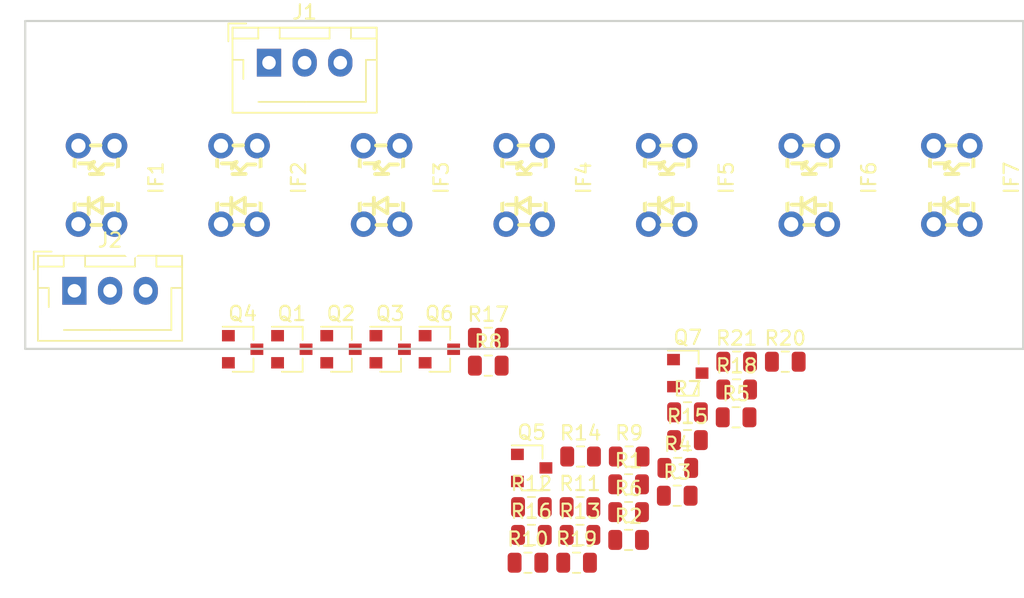
<source format=kicad_pcb>
(kicad_pcb (version 20171130) (host pcbnew "(5.0.0)")

  (general
    (thickness 1.6)
    (drawings 4)
    (tracks 0)
    (zones 0)
    (modules 37)
    (nets 25)
  )

  (page A4)
  (layers
    (0 F.Cu signal)
    (31 B.Cu signal)
    (32 B.Adhes user)
    (33 F.Adhes user)
    (34 B.Paste user)
    (35 F.Paste user)
    (36 B.SilkS user)
    (37 F.SilkS user)
    (38 B.Mask user)
    (39 F.Mask user)
    (40 Dwgs.User user)
    (41 Cmts.User user)
    (42 Eco1.User user)
    (43 Eco2.User user)
    (44 Edge.Cuts user)
    (45 Margin user)
    (46 B.CrtYd user)
    (47 F.CrtYd user)
    (48 B.Fab user)
    (49 F.Fab user)
  )

  (setup
    (last_trace_width 0.25)
    (trace_clearance 0.2)
    (zone_clearance 0.508)
    (zone_45_only no)
    (trace_min 0.2)
    (segment_width 0.2)
    (edge_width 0.15)
    (via_size 0.8)
    (via_drill 0.4)
    (via_min_size 0.4)
    (via_min_drill 0.3)
    (uvia_size 0.3)
    (uvia_drill 0.1)
    (uvias_allowed no)
    (uvia_min_size 0.2)
    (uvia_min_drill 0.1)
    (pcb_text_width 0.3)
    (pcb_text_size 1.5 1.5)
    (mod_edge_width 0.15)
    (mod_text_size 1 1)
    (mod_text_width 0.15)
    (pad_size 1.524 1.524)
    (pad_drill 0.762)
    (pad_to_mask_clearance 0.2)
    (aux_axis_origin 0 0)
    (visible_elements 7FFFFFFF)
    (pcbplotparams
      (layerselection 0x010fc_ffffffff)
      (usegerberextensions false)
      (usegerberattributes false)
      (usegerberadvancedattributes false)
      (creategerberjobfile false)
      (excludeedgelayer true)
      (linewidth 0.100000)
      (plotframeref false)
      (viasonmask false)
      (mode 1)
      (useauxorigin false)
      (hpglpennumber 1)
      (hpglpenspeed 20)
      (hpglpendiameter 15.000000)
      (psnegative false)
      (psa4output false)
      (plotreference true)
      (plotvalue true)
      (plotinvisibletext false)
      (padsonsilk false)
      (subtractmaskfromsilk false)
      (outputformat 1)
      (mirror false)
      (drillshape 1)
      (scaleselection 1)
      (outputdirectory ""))
  )

  (net 0 "")
  (net 1 "Net-(IF1-Pad1)")
  (net 2 "Net-(IF1-Pad3)")
  (net 3 "Net-(IF1-Pad2)")
  (net 4 "Net-(IF2-Pad1)")
  (net 5 "Net-(IF3-Pad1)")
  (net 6 "Net-(J1-Pad2)")
  (net 7 "Net-(IF2-Pad2)")
  (net 8 "Net-(IF3-Pad2)")
  (net 9 "Net-(IF4-Pad1)")
  (net 10 "Net-(IF4-Pad2)")
  (net 11 "Net-(IF5-Pad2)")
  (net 12 "Net-(IF5-Pad1)")
  (net 13 "Net-(IF6-Pad1)")
  (net 14 "Net-(IF6-Pad2)")
  (net 15 "Net-(IF7-Pad2)")
  (net 16 "Net-(IF7-Pad1)")
  (net 17 "Net-(Q3-Pad3)")
  (net 18 "Net-(R11-Pad2)")
  (net 19 "Net-(Q2-Pad3)")
  (net 20 "Net-(Q1-Pad3)")
  (net 21 "Net-(Q7-Pad3)")
  (net 22 "Net-(Q5-Pad3)")
  (net 23 "Net-(Q6-Pad3)")
  (net 24 "Net-(Q4-Pad3)")

  (net_class Default "This is the default net class."
    (clearance 0.2)
    (trace_width 0.25)
    (via_dia 0.8)
    (via_drill 0.4)
    (uvia_dia 0.3)
    (uvia_drill 0.1)
    (add_net "Net-(IF1-Pad1)")
    (add_net "Net-(IF1-Pad2)")
    (add_net "Net-(IF1-Pad3)")
    (add_net "Net-(IF2-Pad1)")
    (add_net "Net-(IF2-Pad2)")
    (add_net "Net-(IF3-Pad1)")
    (add_net "Net-(IF3-Pad2)")
    (add_net "Net-(IF4-Pad1)")
    (add_net "Net-(IF4-Pad2)")
    (add_net "Net-(IF5-Pad1)")
    (add_net "Net-(IF5-Pad2)")
    (add_net "Net-(IF6-Pad1)")
    (add_net "Net-(IF6-Pad2)")
    (add_net "Net-(IF7-Pad1)")
    (add_net "Net-(IF7-Pad2)")
    (add_net "Net-(J1-Pad2)")
    (add_net "Net-(Q1-Pad3)")
    (add_net "Net-(Q2-Pad3)")
    (add_net "Net-(Q3-Pad3)")
    (add_net "Net-(Q4-Pad3)")
    (add_net "Net-(Q5-Pad3)")
    (add_net "Net-(Q6-Pad3)")
    (add_net "Net-(Q7-Pad3)")
    (add_net "Net-(R11-Pad2)")
  )

  (module Connector_JST:JST_XH_B03B-XH-AM_1x03_P2.50mm_Vertical (layer F.Cu) (tedit 5A2731AA) (tstamp 5BF144D5)
    (at 117.1 81.675)
    (descr "JST XH series connector, B03B-XH-AM, with boss (http://www.jst-mfg.com/product/pdf/eng/eXH.pdf), generated with kicad-footprint-generator")
    (tags "connector JST XH side entry boss")
    (path /5BB7A408)
    (fp_text reference J1 (at 2.5 -3.55) (layer F.SilkS)
      (effects (font (size 1 1) (thickness 0.15)))
    )
    (fp_text value Conn_01x02_Female (at 2.5 4.6) (layer F.Fab)
      (effects (font (size 1 1) (thickness 0.15)))
    )
    (fp_text user %R (at 2.5 2.7) (layer F.Fab)
      (effects (font (size 1 1) (thickness 0.15)))
    )
    (fp_line (start -2.85 -2.75) (end -2.85 -1.5) (layer F.SilkS) (width 0.12))
    (fp_line (start -1.6 -2.75) (end -2.85 -2.75) (layer F.SilkS) (width 0.12))
    (fp_line (start 6.8 2.75) (end 2.5 2.75) (layer F.SilkS) (width 0.12))
    (fp_line (start 6.8 -0.2) (end 6.8 2.75) (layer F.SilkS) (width 0.12))
    (fp_line (start 7.55 -0.2) (end 6.8 -0.2) (layer F.SilkS) (width 0.12))
    (fp_line (start 2.5 2.75) (end -0.74 2.75) (layer F.SilkS) (width 0.12))
    (fp_line (start -1.8 -0.2) (end -1.8 1.14) (layer F.SilkS) (width 0.12))
    (fp_line (start -2.55 -0.2) (end -1.8 -0.2) (layer F.SilkS) (width 0.12))
    (fp_line (start 7.55 -2.45) (end 5.75 -2.45) (layer F.SilkS) (width 0.12))
    (fp_line (start 7.55 -1.7) (end 7.55 -2.45) (layer F.SilkS) (width 0.12))
    (fp_line (start 5.75 -1.7) (end 7.55 -1.7) (layer F.SilkS) (width 0.12))
    (fp_line (start 5.75 -2.45) (end 5.75 -1.7) (layer F.SilkS) (width 0.12))
    (fp_line (start -0.75 -2.45) (end -2.55 -2.45) (layer F.SilkS) (width 0.12))
    (fp_line (start -0.75 -1.7) (end -0.75 -2.45) (layer F.SilkS) (width 0.12))
    (fp_line (start -2.55 -1.7) (end -0.75 -1.7) (layer F.SilkS) (width 0.12))
    (fp_line (start -2.55 -2.45) (end -2.55 -1.7) (layer F.SilkS) (width 0.12))
    (fp_line (start 4.25 -2.45) (end 0.75 -2.45) (layer F.SilkS) (width 0.12))
    (fp_line (start 4.25 -1.7) (end 4.25 -2.45) (layer F.SilkS) (width 0.12))
    (fp_line (start 0.75 -1.7) (end 4.25 -1.7) (layer F.SilkS) (width 0.12))
    (fp_line (start 0.75 -2.45) (end 0.75 -1.7) (layer F.SilkS) (width 0.12))
    (fp_line (start 0 -1.35) (end 0.625 -2.35) (layer F.Fab) (width 0.1))
    (fp_line (start -0.625 -2.35) (end 0 -1.35) (layer F.Fab) (width 0.1))
    (fp_line (start 7.95 -2.85) (end -2.95 -2.85) (layer F.CrtYd) (width 0.05))
    (fp_line (start 7.95 3.9) (end 7.95 -2.85) (layer F.CrtYd) (width 0.05))
    (fp_line (start -2.95 3.9) (end 7.95 3.9) (layer F.CrtYd) (width 0.05))
    (fp_line (start -2.95 -2.85) (end -2.95 3.9) (layer F.CrtYd) (width 0.05))
    (fp_line (start 7.56 -2.46) (end -2.56 -2.46) (layer F.SilkS) (width 0.12))
    (fp_line (start 7.56 3.51) (end 7.56 -2.46) (layer F.SilkS) (width 0.12))
    (fp_line (start -2.56 3.51) (end 7.56 3.51) (layer F.SilkS) (width 0.12))
    (fp_line (start -2.56 -2.46) (end -2.56 3.51) (layer F.SilkS) (width 0.12))
    (fp_line (start 7.45 -2.35) (end -2.45 -2.35) (layer F.Fab) (width 0.1))
    (fp_line (start 7.45 3.4) (end 7.45 -2.35) (layer F.Fab) (width 0.1))
    (fp_line (start -2.45 3.4) (end 7.45 3.4) (layer F.Fab) (width 0.1))
    (fp_line (start -2.45 -2.35) (end -2.45 3.4) (layer F.Fab) (width 0.1))
    (pad "" np_thru_hole circle (at -1.6 2) (size 1.2 1.2) (drill 1.2) (layers *.Cu *.Mask))
    (pad 3 thru_hole oval (at 5 0) (size 1.7 1.95) (drill 0.95) (layers *.Cu *.Mask))
    (pad 2 thru_hole oval (at 2.5 0) (size 1.7 1.95) (drill 0.95) (layers *.Cu *.Mask)
      (net 6 "Net-(J1-Pad2)"))
    (pad 1 thru_hole rect (at 0 0) (size 1.7 1.95) (drill 0.95) (layers *.Cu *.Mask)
      (net 2 "Net-(IF1-Pad3)"))
    (model ${KISYS3DMOD}/Connector_JST.3dshapes/JST_XH_B03B-XH-AM_1x03_P2.50mm_Vertical.wrl
      (at (xyz 0 0 0))
      (scale (xyz 1 1 1))
      (rotate (xyz 0 0 0))
    )
  )

  (module Connector_JST:JST_XH_B03B-XH-AM_1x03_P2.50mm_Vertical (layer F.Cu) (tedit 5A2731AA) (tstamp 5BF144AA)
    (at 103.45 97.675)
    (descr "JST XH series connector, B03B-XH-AM, with boss (http://www.jst-mfg.com/product/pdf/eng/eXH.pdf), generated with kicad-footprint-generator")
    (tags "connector JST XH side entry boss")
    (path /5BB7A48F)
    (fp_text reference J2 (at 2.5 -3.55) (layer F.SilkS)
      (effects (font (size 1 1) (thickness 0.15)))
    )
    (fp_text value Conn_01x02_Female (at 2.5 4.6) (layer F.Fab)
      (effects (font (size 1 1) (thickness 0.15)))
    )
    (fp_line (start -2.45 -2.35) (end -2.45 3.4) (layer F.Fab) (width 0.1))
    (fp_line (start -2.45 3.4) (end 7.45 3.4) (layer F.Fab) (width 0.1))
    (fp_line (start 7.45 3.4) (end 7.45 -2.35) (layer F.Fab) (width 0.1))
    (fp_line (start 7.45 -2.35) (end -2.45 -2.35) (layer F.Fab) (width 0.1))
    (fp_line (start -2.56 -2.46) (end -2.56 3.51) (layer F.SilkS) (width 0.12))
    (fp_line (start -2.56 3.51) (end 7.56 3.51) (layer F.SilkS) (width 0.12))
    (fp_line (start 7.56 3.51) (end 7.56 -2.46) (layer F.SilkS) (width 0.12))
    (fp_line (start 7.56 -2.46) (end -2.56 -2.46) (layer F.SilkS) (width 0.12))
    (fp_line (start -2.95 -2.85) (end -2.95 3.9) (layer F.CrtYd) (width 0.05))
    (fp_line (start -2.95 3.9) (end 7.95 3.9) (layer F.CrtYd) (width 0.05))
    (fp_line (start 7.95 3.9) (end 7.95 -2.85) (layer F.CrtYd) (width 0.05))
    (fp_line (start 7.95 -2.85) (end -2.95 -2.85) (layer F.CrtYd) (width 0.05))
    (fp_line (start -0.625 -2.35) (end 0 -1.35) (layer F.Fab) (width 0.1))
    (fp_line (start 0 -1.35) (end 0.625 -2.35) (layer F.Fab) (width 0.1))
    (fp_line (start 0.75 -2.45) (end 0.75 -1.7) (layer F.SilkS) (width 0.12))
    (fp_line (start 0.75 -1.7) (end 4.25 -1.7) (layer F.SilkS) (width 0.12))
    (fp_line (start 4.25 -1.7) (end 4.25 -2.45) (layer F.SilkS) (width 0.12))
    (fp_line (start 4.25 -2.45) (end 0.75 -2.45) (layer F.SilkS) (width 0.12))
    (fp_line (start -2.55 -2.45) (end -2.55 -1.7) (layer F.SilkS) (width 0.12))
    (fp_line (start -2.55 -1.7) (end -0.75 -1.7) (layer F.SilkS) (width 0.12))
    (fp_line (start -0.75 -1.7) (end -0.75 -2.45) (layer F.SilkS) (width 0.12))
    (fp_line (start -0.75 -2.45) (end -2.55 -2.45) (layer F.SilkS) (width 0.12))
    (fp_line (start 5.75 -2.45) (end 5.75 -1.7) (layer F.SilkS) (width 0.12))
    (fp_line (start 5.75 -1.7) (end 7.55 -1.7) (layer F.SilkS) (width 0.12))
    (fp_line (start 7.55 -1.7) (end 7.55 -2.45) (layer F.SilkS) (width 0.12))
    (fp_line (start 7.55 -2.45) (end 5.75 -2.45) (layer F.SilkS) (width 0.12))
    (fp_line (start -2.55 -0.2) (end -1.8 -0.2) (layer F.SilkS) (width 0.12))
    (fp_line (start -1.8 -0.2) (end -1.8 1.14) (layer F.SilkS) (width 0.12))
    (fp_line (start 2.5 2.75) (end -0.74 2.75) (layer F.SilkS) (width 0.12))
    (fp_line (start 7.55 -0.2) (end 6.8 -0.2) (layer F.SilkS) (width 0.12))
    (fp_line (start 6.8 -0.2) (end 6.8 2.75) (layer F.SilkS) (width 0.12))
    (fp_line (start 6.8 2.75) (end 2.5 2.75) (layer F.SilkS) (width 0.12))
    (fp_line (start -1.6 -2.75) (end -2.85 -2.75) (layer F.SilkS) (width 0.12))
    (fp_line (start -2.85 -2.75) (end -2.85 -1.5) (layer F.SilkS) (width 0.12))
    (fp_text user %R (at 2.5 2.7) (layer F.Fab)
      (effects (font (size 1 1) (thickness 0.15)))
    )
    (pad 1 thru_hole rect (at 0 0) (size 1.7 1.95) (drill 0.95) (layers *.Cu *.Mask)
      (net 2 "Net-(IF1-Pad3)"))
    (pad 2 thru_hole oval (at 2.5 0) (size 1.7 1.95) (drill 0.95) (layers *.Cu *.Mask)
      (net 6 "Net-(J1-Pad2)"))
    (pad 3 thru_hole oval (at 5 0) (size 1.7 1.95) (drill 0.95) (layers *.Cu *.Mask))
    (pad "" np_thru_hole circle (at -1.6 2) (size 1.2 1.2) (drill 1.2) (layers *.Cu *.Mask))
    (model ${KISYS3DMOD}/Connector_JST.3dshapes/JST_XH_B03B-XH-AM_1x03_P2.50mm_Vertical.wrl
      (at (xyz 0 0 0))
      (scale (xyz 1 1 1))
      (rotate (xyz 0 0 0))
    )
  )

  (module Package_TO_SOT_SMD:SOT-23 (layer F.Cu) (tedit 5A02FF57) (tstamp 5BF1447F)
    (at 118.700001 101.775001)
    (descr "SOT-23, Standard")
    (tags SOT-23)
    (path /5BDA0F01)
    (attr smd)
    (fp_text reference Q1 (at 0 -2.5) (layer F.SilkS)
      (effects (font (size 1 1) (thickness 0.15)))
    )
    (fp_text value BC857 (at 0 2.5) (layer F.Fab)
      (effects (font (size 1 1) (thickness 0.15)))
    )
    (fp_text user %R (at 0 0 90) (layer F.Fab)
      (effects (font (size 0.5 0.5) (thickness 0.075)))
    )
    (fp_line (start -0.7 -0.95) (end -0.7 1.5) (layer F.Fab) (width 0.1))
    (fp_line (start -0.15 -1.52) (end 0.7 -1.52) (layer F.Fab) (width 0.1))
    (fp_line (start -0.7 -0.95) (end -0.15 -1.52) (layer F.Fab) (width 0.1))
    (fp_line (start 0.7 -1.52) (end 0.7 1.52) (layer F.Fab) (width 0.1))
    (fp_line (start -0.7 1.52) (end 0.7 1.52) (layer F.Fab) (width 0.1))
    (fp_line (start 0.76 1.58) (end 0.76 0.65) (layer F.SilkS) (width 0.12))
    (fp_line (start 0.76 -1.58) (end 0.76 -0.65) (layer F.SilkS) (width 0.12))
    (fp_line (start -1.7 -1.75) (end 1.7 -1.75) (layer F.CrtYd) (width 0.05))
    (fp_line (start 1.7 -1.75) (end 1.7 1.75) (layer F.CrtYd) (width 0.05))
    (fp_line (start 1.7 1.75) (end -1.7 1.75) (layer F.CrtYd) (width 0.05))
    (fp_line (start -1.7 1.75) (end -1.7 -1.75) (layer F.CrtYd) (width 0.05))
    (fp_line (start 0.76 -1.58) (end -1.4 -1.58) (layer F.SilkS) (width 0.12))
    (fp_line (start 0.76 1.58) (end -0.7 1.58) (layer F.SilkS) (width 0.12))
    (pad 1 smd rect (at -1 -0.95) (size 0.9 0.8) (layers F.Cu F.Paste F.Mask)
      (net 3 "Net-(IF1-Pad2)"))
    (pad 2 smd rect (at -1 0.95) (size 0.9 0.8) (layers F.Cu F.Paste F.Mask)
      (net 6 "Net-(J1-Pad2)"))
    (pad 3 smd rect (at 1 0) (size 0.9 0.8) (layers F.Cu F.Paste F.Mask)
      (net 20 "Net-(Q1-Pad3)"))
    (model ${KISYS3DMOD}/Package_TO_SOT_SMD.3dshapes/SOT-23.wrl
      (at (xyz 0 0 0))
      (scale (xyz 1 1 1))
      (rotate (xyz 0 0 0))
    )
  )

  (module Package_TO_SOT_SMD:SOT-23 (layer F.Cu) (tedit 5A02FF57) (tstamp 5BF1446A)
    (at 122.150001 101.775001)
    (descr "SOT-23, Standard")
    (tags SOT-23)
    (path /5BDA594B)
    (attr smd)
    (fp_text reference Q2 (at 0 -2.5) (layer F.SilkS)
      (effects (font (size 1 1) (thickness 0.15)))
    )
    (fp_text value BC857 (at 0 2.5) (layer F.Fab)
      (effects (font (size 1 1) (thickness 0.15)))
    )
    (fp_line (start 0.76 1.58) (end -0.7 1.58) (layer F.SilkS) (width 0.12))
    (fp_line (start 0.76 -1.58) (end -1.4 -1.58) (layer F.SilkS) (width 0.12))
    (fp_line (start -1.7 1.75) (end -1.7 -1.75) (layer F.CrtYd) (width 0.05))
    (fp_line (start 1.7 1.75) (end -1.7 1.75) (layer F.CrtYd) (width 0.05))
    (fp_line (start 1.7 -1.75) (end 1.7 1.75) (layer F.CrtYd) (width 0.05))
    (fp_line (start -1.7 -1.75) (end 1.7 -1.75) (layer F.CrtYd) (width 0.05))
    (fp_line (start 0.76 -1.58) (end 0.76 -0.65) (layer F.SilkS) (width 0.12))
    (fp_line (start 0.76 1.58) (end 0.76 0.65) (layer F.SilkS) (width 0.12))
    (fp_line (start -0.7 1.52) (end 0.7 1.52) (layer F.Fab) (width 0.1))
    (fp_line (start 0.7 -1.52) (end 0.7 1.52) (layer F.Fab) (width 0.1))
    (fp_line (start -0.7 -0.95) (end -0.15 -1.52) (layer F.Fab) (width 0.1))
    (fp_line (start -0.15 -1.52) (end 0.7 -1.52) (layer F.Fab) (width 0.1))
    (fp_line (start -0.7 -0.95) (end -0.7 1.5) (layer F.Fab) (width 0.1))
    (fp_text user %R (at 0 0 90) (layer F.Fab)
      (effects (font (size 0.5 0.5) (thickness 0.075)))
    )
    (pad 3 smd rect (at 1 0) (size 0.9 0.8) (layers F.Cu F.Paste F.Mask)
      (net 19 "Net-(Q2-Pad3)"))
    (pad 2 smd rect (at -1 0.95) (size 0.9 0.8) (layers F.Cu F.Paste F.Mask)
      (net 6 "Net-(J1-Pad2)"))
    (pad 1 smd rect (at -1 -0.95) (size 0.9 0.8) (layers F.Cu F.Paste F.Mask)
      (net 7 "Net-(IF2-Pad2)"))
    (model ${KISYS3DMOD}/Package_TO_SOT_SMD.3dshapes/SOT-23.wrl
      (at (xyz 0 0 0))
      (scale (xyz 1 1 1))
      (rotate (xyz 0 0 0))
    )
  )

  (module Package_TO_SOT_SMD:SOT-23 (layer F.Cu) (tedit 5A02FF57) (tstamp 5BF14455)
    (at 125.600001 101.775001)
    (descr "SOT-23, Standard")
    (tags SOT-23)
    (path /5BDA5995)
    (attr smd)
    (fp_text reference Q3 (at 0 -2.5) (layer F.SilkS)
      (effects (font (size 1 1) (thickness 0.15)))
    )
    (fp_text value BC857 (at 0 2.5) (layer F.Fab)
      (effects (font (size 1 1) (thickness 0.15)))
    )
    (fp_text user %R (at 0 0 90) (layer F.Fab)
      (effects (font (size 0.5 0.5) (thickness 0.075)))
    )
    (fp_line (start -0.7 -0.95) (end -0.7 1.5) (layer F.Fab) (width 0.1))
    (fp_line (start -0.15 -1.52) (end 0.7 -1.52) (layer F.Fab) (width 0.1))
    (fp_line (start -0.7 -0.95) (end -0.15 -1.52) (layer F.Fab) (width 0.1))
    (fp_line (start 0.7 -1.52) (end 0.7 1.52) (layer F.Fab) (width 0.1))
    (fp_line (start -0.7 1.52) (end 0.7 1.52) (layer F.Fab) (width 0.1))
    (fp_line (start 0.76 1.58) (end 0.76 0.65) (layer F.SilkS) (width 0.12))
    (fp_line (start 0.76 -1.58) (end 0.76 -0.65) (layer F.SilkS) (width 0.12))
    (fp_line (start -1.7 -1.75) (end 1.7 -1.75) (layer F.CrtYd) (width 0.05))
    (fp_line (start 1.7 -1.75) (end 1.7 1.75) (layer F.CrtYd) (width 0.05))
    (fp_line (start 1.7 1.75) (end -1.7 1.75) (layer F.CrtYd) (width 0.05))
    (fp_line (start -1.7 1.75) (end -1.7 -1.75) (layer F.CrtYd) (width 0.05))
    (fp_line (start 0.76 -1.58) (end -1.4 -1.58) (layer F.SilkS) (width 0.12))
    (fp_line (start 0.76 1.58) (end -0.7 1.58) (layer F.SilkS) (width 0.12))
    (pad 1 smd rect (at -1 -0.95) (size 0.9 0.8) (layers F.Cu F.Paste F.Mask)
      (net 8 "Net-(IF3-Pad2)"))
    (pad 2 smd rect (at -1 0.95) (size 0.9 0.8) (layers F.Cu F.Paste F.Mask)
      (net 6 "Net-(J1-Pad2)"))
    (pad 3 smd rect (at 1 0) (size 0.9 0.8) (layers F.Cu F.Paste F.Mask)
      (net 17 "Net-(Q3-Pad3)"))
    (model ${KISYS3DMOD}/Package_TO_SOT_SMD.3dshapes/SOT-23.wrl
      (at (xyz 0 0 0))
      (scale (xyz 1 1 1))
      (rotate (xyz 0 0 0))
    )
  )

  (module Package_TO_SOT_SMD:SOT-23 (layer F.Cu) (tedit 5A02FF57) (tstamp 5BF14440)
    (at 115.250001 101.775001)
    (descr "SOT-23, Standard")
    (tags SOT-23)
    (path /5BDA59F1)
    (attr smd)
    (fp_text reference Q4 (at 0 -2.5) (layer F.SilkS)
      (effects (font (size 1 1) (thickness 0.15)))
    )
    (fp_text value BC857 (at 0 2.5) (layer F.Fab)
      (effects (font (size 1 1) (thickness 0.15)))
    )
    (fp_line (start 0.76 1.58) (end -0.7 1.58) (layer F.SilkS) (width 0.12))
    (fp_line (start 0.76 -1.58) (end -1.4 -1.58) (layer F.SilkS) (width 0.12))
    (fp_line (start -1.7 1.75) (end -1.7 -1.75) (layer F.CrtYd) (width 0.05))
    (fp_line (start 1.7 1.75) (end -1.7 1.75) (layer F.CrtYd) (width 0.05))
    (fp_line (start 1.7 -1.75) (end 1.7 1.75) (layer F.CrtYd) (width 0.05))
    (fp_line (start -1.7 -1.75) (end 1.7 -1.75) (layer F.CrtYd) (width 0.05))
    (fp_line (start 0.76 -1.58) (end 0.76 -0.65) (layer F.SilkS) (width 0.12))
    (fp_line (start 0.76 1.58) (end 0.76 0.65) (layer F.SilkS) (width 0.12))
    (fp_line (start -0.7 1.52) (end 0.7 1.52) (layer F.Fab) (width 0.1))
    (fp_line (start 0.7 -1.52) (end 0.7 1.52) (layer F.Fab) (width 0.1))
    (fp_line (start -0.7 -0.95) (end -0.15 -1.52) (layer F.Fab) (width 0.1))
    (fp_line (start -0.15 -1.52) (end 0.7 -1.52) (layer F.Fab) (width 0.1))
    (fp_line (start -0.7 -0.95) (end -0.7 1.5) (layer F.Fab) (width 0.1))
    (fp_text user %R (at 0 0 90) (layer F.Fab)
      (effects (font (size 0.5 0.5) (thickness 0.075)))
    )
    (pad 3 smd rect (at 1 0) (size 0.9 0.8) (layers F.Cu F.Paste F.Mask)
      (net 24 "Net-(Q4-Pad3)"))
    (pad 2 smd rect (at -1 0.95) (size 0.9 0.8) (layers F.Cu F.Paste F.Mask)
      (net 6 "Net-(J1-Pad2)"))
    (pad 1 smd rect (at -1 -0.95) (size 0.9 0.8) (layers F.Cu F.Paste F.Mask)
      (net 10 "Net-(IF4-Pad2)"))
    (model ${KISYS3DMOD}/Package_TO_SOT_SMD.3dshapes/SOT-23.wrl
      (at (xyz 0 0 0))
      (scale (xyz 1 1 1))
      (rotate (xyz 0 0 0))
    )
  )

  (module Package_TO_SOT_SMD:SOT-23 (layer F.Cu) (tedit 5A02FF57) (tstamp 5BF1442B)
    (at 135.525001 110.100001)
    (descr "SOT-23, Standard")
    (tags SOT-23)
    (path /5BDA5A49)
    (attr smd)
    (fp_text reference Q5 (at 0 -2.5) (layer F.SilkS)
      (effects (font (size 1 1) (thickness 0.15)))
    )
    (fp_text value BC857 (at 0 2.5) (layer F.Fab)
      (effects (font (size 1 1) (thickness 0.15)))
    )
    (fp_text user %R (at 0 0 90) (layer F.Fab)
      (effects (font (size 0.5 0.5) (thickness 0.075)))
    )
    (fp_line (start -0.7 -0.95) (end -0.7 1.5) (layer F.Fab) (width 0.1))
    (fp_line (start -0.15 -1.52) (end 0.7 -1.52) (layer F.Fab) (width 0.1))
    (fp_line (start -0.7 -0.95) (end -0.15 -1.52) (layer F.Fab) (width 0.1))
    (fp_line (start 0.7 -1.52) (end 0.7 1.52) (layer F.Fab) (width 0.1))
    (fp_line (start -0.7 1.52) (end 0.7 1.52) (layer F.Fab) (width 0.1))
    (fp_line (start 0.76 1.58) (end 0.76 0.65) (layer F.SilkS) (width 0.12))
    (fp_line (start 0.76 -1.58) (end 0.76 -0.65) (layer F.SilkS) (width 0.12))
    (fp_line (start -1.7 -1.75) (end 1.7 -1.75) (layer F.CrtYd) (width 0.05))
    (fp_line (start 1.7 -1.75) (end 1.7 1.75) (layer F.CrtYd) (width 0.05))
    (fp_line (start 1.7 1.75) (end -1.7 1.75) (layer F.CrtYd) (width 0.05))
    (fp_line (start -1.7 1.75) (end -1.7 -1.75) (layer F.CrtYd) (width 0.05))
    (fp_line (start 0.76 -1.58) (end -1.4 -1.58) (layer F.SilkS) (width 0.12))
    (fp_line (start 0.76 1.58) (end -0.7 1.58) (layer F.SilkS) (width 0.12))
    (pad 1 smd rect (at -1 -0.95) (size 0.9 0.8) (layers F.Cu F.Paste F.Mask)
      (net 11 "Net-(IF5-Pad2)"))
    (pad 2 smd rect (at -1 0.95) (size 0.9 0.8) (layers F.Cu F.Paste F.Mask)
      (net 6 "Net-(J1-Pad2)"))
    (pad 3 smd rect (at 1 0) (size 0.9 0.8) (layers F.Cu F.Paste F.Mask)
      (net 22 "Net-(Q5-Pad3)"))
    (model ${KISYS3DMOD}/Package_TO_SOT_SMD.3dshapes/SOT-23.wrl
      (at (xyz 0 0 0))
      (scale (xyz 1 1 1))
      (rotate (xyz 0 0 0))
    )
  )

  (module Package_TO_SOT_SMD:SOT-23 (layer F.Cu) (tedit 5A02FF57) (tstamp 5BF14416)
    (at 129.050001 101.775001)
    (descr "SOT-23, Standard")
    (tags SOT-23)
    (path /5BDA5AA9)
    (attr smd)
    (fp_text reference Q6 (at 0 -2.5) (layer F.SilkS)
      (effects (font (size 1 1) (thickness 0.15)))
    )
    (fp_text value BC857 (at 0 2.5) (layer F.Fab)
      (effects (font (size 1 1) (thickness 0.15)))
    )
    (fp_line (start 0.76 1.58) (end -0.7 1.58) (layer F.SilkS) (width 0.12))
    (fp_line (start 0.76 -1.58) (end -1.4 -1.58) (layer F.SilkS) (width 0.12))
    (fp_line (start -1.7 1.75) (end -1.7 -1.75) (layer F.CrtYd) (width 0.05))
    (fp_line (start 1.7 1.75) (end -1.7 1.75) (layer F.CrtYd) (width 0.05))
    (fp_line (start 1.7 -1.75) (end 1.7 1.75) (layer F.CrtYd) (width 0.05))
    (fp_line (start -1.7 -1.75) (end 1.7 -1.75) (layer F.CrtYd) (width 0.05))
    (fp_line (start 0.76 -1.58) (end 0.76 -0.65) (layer F.SilkS) (width 0.12))
    (fp_line (start 0.76 1.58) (end 0.76 0.65) (layer F.SilkS) (width 0.12))
    (fp_line (start -0.7 1.52) (end 0.7 1.52) (layer F.Fab) (width 0.1))
    (fp_line (start 0.7 -1.52) (end 0.7 1.52) (layer F.Fab) (width 0.1))
    (fp_line (start -0.7 -0.95) (end -0.15 -1.52) (layer F.Fab) (width 0.1))
    (fp_line (start -0.15 -1.52) (end 0.7 -1.52) (layer F.Fab) (width 0.1))
    (fp_line (start -0.7 -0.95) (end -0.7 1.5) (layer F.Fab) (width 0.1))
    (fp_text user %R (at 0 0 90) (layer F.Fab)
      (effects (font (size 0.5 0.5) (thickness 0.075)))
    )
    (pad 3 smd rect (at 1 0) (size 0.9 0.8) (layers F.Cu F.Paste F.Mask)
      (net 23 "Net-(Q6-Pad3)"))
    (pad 2 smd rect (at -1 0.95) (size 0.9 0.8) (layers F.Cu F.Paste F.Mask)
      (net 6 "Net-(J1-Pad2)"))
    (pad 1 smd rect (at -1 -0.95) (size 0.9 0.8) (layers F.Cu F.Paste F.Mask)
      (net 14 "Net-(IF6-Pad2)"))
    (model ${KISYS3DMOD}/Package_TO_SOT_SMD.3dshapes/SOT-23.wrl
      (at (xyz 0 0 0))
      (scale (xyz 1 1 1))
      (rotate (xyz 0 0 0))
    )
  )

  (module Package_TO_SOT_SMD:SOT-23 (layer F.Cu) (tedit 5A02FF57) (tstamp 5BF14401)
    (at 146.475001 103.450001)
    (descr "SOT-23, Standard")
    (tags SOT-23)
    (path /5BDA5B03)
    (attr smd)
    (fp_text reference Q7 (at 0 -2.5) (layer F.SilkS)
      (effects (font (size 1 1) (thickness 0.15)))
    )
    (fp_text value BC857 (at 0 2.5) (layer F.Fab)
      (effects (font (size 1 1) (thickness 0.15)))
    )
    (fp_text user %R (at 0 0 90) (layer F.Fab)
      (effects (font (size 0.5 0.5) (thickness 0.075)))
    )
    (fp_line (start -0.7 -0.95) (end -0.7 1.5) (layer F.Fab) (width 0.1))
    (fp_line (start -0.15 -1.52) (end 0.7 -1.52) (layer F.Fab) (width 0.1))
    (fp_line (start -0.7 -0.95) (end -0.15 -1.52) (layer F.Fab) (width 0.1))
    (fp_line (start 0.7 -1.52) (end 0.7 1.52) (layer F.Fab) (width 0.1))
    (fp_line (start -0.7 1.52) (end 0.7 1.52) (layer F.Fab) (width 0.1))
    (fp_line (start 0.76 1.58) (end 0.76 0.65) (layer F.SilkS) (width 0.12))
    (fp_line (start 0.76 -1.58) (end 0.76 -0.65) (layer F.SilkS) (width 0.12))
    (fp_line (start -1.7 -1.75) (end 1.7 -1.75) (layer F.CrtYd) (width 0.05))
    (fp_line (start 1.7 -1.75) (end 1.7 1.75) (layer F.CrtYd) (width 0.05))
    (fp_line (start 1.7 1.75) (end -1.7 1.75) (layer F.CrtYd) (width 0.05))
    (fp_line (start -1.7 1.75) (end -1.7 -1.75) (layer F.CrtYd) (width 0.05))
    (fp_line (start 0.76 -1.58) (end -1.4 -1.58) (layer F.SilkS) (width 0.12))
    (fp_line (start 0.76 1.58) (end -0.7 1.58) (layer F.SilkS) (width 0.12))
    (pad 1 smd rect (at -1 -0.95) (size 0.9 0.8) (layers F.Cu F.Paste F.Mask)
      (net 15 "Net-(IF7-Pad2)"))
    (pad 2 smd rect (at -1 0.95) (size 0.9 0.8) (layers F.Cu F.Paste F.Mask)
      (net 6 "Net-(J1-Pad2)"))
    (pad 3 smd rect (at 1 0) (size 0.9 0.8) (layers F.Cu F.Paste F.Mask)
      (net 21 "Net-(Q7-Pad3)"))
    (model ${KISYS3DMOD}/Package_TO_SOT_SMD.3dshapes/SOT-23.wrl
      (at (xyz 0 0 0))
      (scale (xyz 1 1 1))
      (rotate (xyz 0 0 0))
    )
  )

  (module Resistor_SMD:R_0805_2012Metric (layer F.Cu) (tedit 5B36C52B) (tstamp 5BF143EC)
    (at 146.455001 108.150001)
    (descr "Resistor SMD 0805 (2012 Metric), square (rectangular) end terminal, IPC_7351 nominal, (Body size source: https://docs.google.com/spreadsheets/d/1BsfQQcO9C6DZCsRaXUlFlo91Tg2WpOkGARC1WS5S8t0/edit?usp=sharing), generated with kicad-footprint-generator")
    (tags resistor)
    (path /5BDB78EB)
    (attr smd)
    (fp_text reference R15 (at 0 -1.65) (layer F.SilkS)
      (effects (font (size 1 1) (thickness 0.15)))
    )
    (fp_text value R (at 0 1.65) (layer F.Fab)
      (effects (font (size 1 1) (thickness 0.15)))
    )
    (fp_line (start -1 0.6) (end -1 -0.6) (layer F.Fab) (width 0.1))
    (fp_line (start -1 -0.6) (end 1 -0.6) (layer F.Fab) (width 0.1))
    (fp_line (start 1 -0.6) (end 1 0.6) (layer F.Fab) (width 0.1))
    (fp_line (start 1 0.6) (end -1 0.6) (layer F.Fab) (width 0.1))
    (fp_line (start -0.258578 -0.71) (end 0.258578 -0.71) (layer F.SilkS) (width 0.12))
    (fp_line (start -0.258578 0.71) (end 0.258578 0.71) (layer F.SilkS) (width 0.12))
    (fp_line (start -1.68 0.95) (end -1.68 -0.95) (layer F.CrtYd) (width 0.05))
    (fp_line (start -1.68 -0.95) (end 1.68 -0.95) (layer F.CrtYd) (width 0.05))
    (fp_line (start 1.68 -0.95) (end 1.68 0.95) (layer F.CrtYd) (width 0.05))
    (fp_line (start 1.68 0.95) (end -1.68 0.95) (layer F.CrtYd) (width 0.05))
    (fp_text user %R (at 0 0) (layer F.Fab)
      (effects (font (size 0.5 0.5) (thickness 0.08)))
    )
    (pad 1 smd roundrect (at -0.9375 0) (size 0.975 1.4) (layers F.Cu F.Paste F.Mask) (roundrect_rratio 0.25)
      (net 24 "Net-(Q4-Pad3)"))
    (pad 2 smd roundrect (at 0.9375 0) (size 0.975 1.4) (layers F.Cu F.Paste F.Mask) (roundrect_rratio 0.25)
      (net 18 "Net-(R11-Pad2)"))
    (model ${KISYS3DMOD}/Resistor_SMD.3dshapes/R_0805_2012Metric.wrl
      (at (xyz 0 0 0))
      (scale (xyz 1 1 1))
      (rotate (xyz 0 0 0))
    )
  )

  (module Resistor_SMD:R_0805_2012Metric (layer F.Cu) (tedit 5B36C52B) (tstamp 5BF143DB)
    (at 149.905001 104.600001)
    (descr "Resistor SMD 0805 (2012 Metric), square (rectangular) end terminal, IPC_7351 nominal, (Body size source: https://docs.google.com/spreadsheets/d/1BsfQQcO9C6DZCsRaXUlFlo91Tg2WpOkGARC1WS5S8t0/edit?usp=sharing), generated with kicad-footprint-generator")
    (tags resistor)
    (path /5BD88766)
    (attr smd)
    (fp_text reference R18 (at 0 -1.65) (layer F.SilkS)
      (effects (font (size 1 1) (thickness 0.15)))
    )
    (fp_text value R (at 0 1.65) (layer F.Fab)
      (effects (font (size 1 1) (thickness 0.15)))
    )
    (fp_text user %R (at 0 0) (layer F.Fab)
      (effects (font (size 0.5 0.5) (thickness 0.08)))
    )
    (fp_line (start 1.68 0.95) (end -1.68 0.95) (layer F.CrtYd) (width 0.05))
    (fp_line (start 1.68 -0.95) (end 1.68 0.95) (layer F.CrtYd) (width 0.05))
    (fp_line (start -1.68 -0.95) (end 1.68 -0.95) (layer F.CrtYd) (width 0.05))
    (fp_line (start -1.68 0.95) (end -1.68 -0.95) (layer F.CrtYd) (width 0.05))
    (fp_line (start -0.258578 0.71) (end 0.258578 0.71) (layer F.SilkS) (width 0.12))
    (fp_line (start -0.258578 -0.71) (end 0.258578 -0.71) (layer F.SilkS) (width 0.12))
    (fp_line (start 1 0.6) (end -1 0.6) (layer F.Fab) (width 0.1))
    (fp_line (start 1 -0.6) (end 1 0.6) (layer F.Fab) (width 0.1))
    (fp_line (start -1 -0.6) (end 1 -0.6) (layer F.Fab) (width 0.1))
    (fp_line (start -1 0.6) (end -1 -0.6) (layer F.Fab) (width 0.1))
    (pad 2 smd roundrect (at 0.9375 0) (size 0.975 1.4) (layers F.Cu F.Paste F.Mask) (roundrect_rratio 0.25)
      (net 6 "Net-(J1-Pad2)"))
    (pad 1 smd roundrect (at -0.9375 0) (size 0.975 1.4) (layers F.Cu F.Paste F.Mask) (roundrect_rratio 0.25)
      (net 14 "Net-(IF6-Pad2)"))
    (model ${KISYS3DMOD}/Resistor_SMD.3dshapes/R_0805_2012Metric.wrl
      (at (xyz 0 0 0))
      (scale (xyz 1 1 1))
      (rotate (xyz 0 0 0))
    )
  )

  (module Resistor_SMD:R_0805_2012Metric (layer F.Cu) (tedit 5B36C52B) (tstamp 5BF143CA)
    (at 138.675001 116.750001)
    (descr "Resistor SMD 0805 (2012 Metric), square (rectangular) end terminal, IPC_7351 nominal, (Body size source: https://docs.google.com/spreadsheets/d/1BsfQQcO9C6DZCsRaXUlFlo91Tg2WpOkGARC1WS5S8t0/edit?usp=sharing), generated with kicad-footprint-generator")
    (tags resistor)
    (path /5BDB7B13)
    (attr smd)
    (fp_text reference R19 (at 0 -1.65) (layer F.SilkS)
      (effects (font (size 1 1) (thickness 0.15)))
    )
    (fp_text value R (at 0 1.65) (layer F.Fab)
      (effects (font (size 1 1) (thickness 0.15)))
    )
    (fp_line (start -1 0.6) (end -1 -0.6) (layer F.Fab) (width 0.1))
    (fp_line (start -1 -0.6) (end 1 -0.6) (layer F.Fab) (width 0.1))
    (fp_line (start 1 -0.6) (end 1 0.6) (layer F.Fab) (width 0.1))
    (fp_line (start 1 0.6) (end -1 0.6) (layer F.Fab) (width 0.1))
    (fp_line (start -0.258578 -0.71) (end 0.258578 -0.71) (layer F.SilkS) (width 0.12))
    (fp_line (start -0.258578 0.71) (end 0.258578 0.71) (layer F.SilkS) (width 0.12))
    (fp_line (start -1.68 0.95) (end -1.68 -0.95) (layer F.CrtYd) (width 0.05))
    (fp_line (start -1.68 -0.95) (end 1.68 -0.95) (layer F.CrtYd) (width 0.05))
    (fp_line (start 1.68 -0.95) (end 1.68 0.95) (layer F.CrtYd) (width 0.05))
    (fp_line (start 1.68 0.95) (end -1.68 0.95) (layer F.CrtYd) (width 0.05))
    (fp_text user %R (at 0 0) (layer F.Fab)
      (effects (font (size 0.5 0.5) (thickness 0.08)))
    )
    (pad 1 smd roundrect (at -0.9375 0) (size 0.975 1.4) (layers F.Cu F.Paste F.Mask) (roundrect_rratio 0.25)
      (net 23 "Net-(Q6-Pad3)"))
    (pad 2 smd roundrect (at 0.9375 0) (size 0.975 1.4) (layers F.Cu F.Paste F.Mask) (roundrect_rratio 0.25)
      (net 18 "Net-(R11-Pad2)"))
    (model ${KISYS3DMOD}/Resistor_SMD.3dshapes/R_0805_2012Metric.wrl
      (at (xyz 0 0 0))
      (scale (xyz 1 1 1))
      (rotate (xyz 0 0 0))
    )
  )

  (module Resistor_SMD:R_0805_2012Metric (layer F.Cu) (tedit 5B36C52B) (tstamp 5BF143B9)
    (at 153.315001 102.650001)
    (descr "Resistor SMD 0805 (2012 Metric), square (rectangular) end terminal, IPC_7351 nominal, (Body size source: https://docs.google.com/spreadsheets/d/1BsfQQcO9C6DZCsRaXUlFlo91Tg2WpOkGARC1WS5S8t0/edit?usp=sharing), generated with kicad-footprint-generator")
    (tags resistor)
    (path /5BD887B2)
    (attr smd)
    (fp_text reference R20 (at 0 -1.65) (layer F.SilkS)
      (effects (font (size 1 1) (thickness 0.15)))
    )
    (fp_text value R (at 0 1.65) (layer F.Fab)
      (effects (font (size 1 1) (thickness 0.15)))
    )
    (fp_text user %R (at 0 0) (layer F.Fab)
      (effects (font (size 0.5 0.5) (thickness 0.08)))
    )
    (fp_line (start 1.68 0.95) (end -1.68 0.95) (layer F.CrtYd) (width 0.05))
    (fp_line (start 1.68 -0.95) (end 1.68 0.95) (layer F.CrtYd) (width 0.05))
    (fp_line (start -1.68 -0.95) (end 1.68 -0.95) (layer F.CrtYd) (width 0.05))
    (fp_line (start -1.68 0.95) (end -1.68 -0.95) (layer F.CrtYd) (width 0.05))
    (fp_line (start -0.258578 0.71) (end 0.258578 0.71) (layer F.SilkS) (width 0.12))
    (fp_line (start -0.258578 -0.71) (end 0.258578 -0.71) (layer F.SilkS) (width 0.12))
    (fp_line (start 1 0.6) (end -1 0.6) (layer F.Fab) (width 0.1))
    (fp_line (start 1 -0.6) (end 1 0.6) (layer F.Fab) (width 0.1))
    (fp_line (start -1 -0.6) (end 1 -0.6) (layer F.Fab) (width 0.1))
    (fp_line (start -1 0.6) (end -1 -0.6) (layer F.Fab) (width 0.1))
    (pad 2 smd roundrect (at 0.9375 0) (size 0.975 1.4) (layers F.Cu F.Paste F.Mask) (roundrect_rratio 0.25)
      (net 6 "Net-(J1-Pad2)"))
    (pad 1 smd roundrect (at -0.9375 0) (size 0.975 1.4) (layers F.Cu F.Paste F.Mask) (roundrect_rratio 0.25)
      (net 15 "Net-(IF7-Pad2)"))
    (model ${KISYS3DMOD}/Resistor_SMD.3dshapes/R_0805_2012Metric.wrl
      (at (xyz 0 0 0))
      (scale (xyz 1 1 1))
      (rotate (xyz 0 0 0))
    )
  )

  (module Resistor_SMD:R_0805_2012Metric (layer F.Cu) (tedit 5B36C52B) (tstamp 5BF143A8)
    (at 142.325001 113.200001)
    (descr "Resistor SMD 0805 (2012 Metric), square (rectangular) end terminal, IPC_7351 nominal, (Body size source: https://docs.google.com/spreadsheets/d/1BsfQQcO9C6DZCsRaXUlFlo91Tg2WpOkGARC1WS5S8t0/edit?usp=sharing), generated with kicad-footprint-generator")
    (tags resistor)
    (path /5BB867B5)
    (attr smd)
    (fp_text reference R6 (at 0 -1.65) (layer F.SilkS)
      (effects (font (size 1 1) (thickness 0.15)))
    )
    (fp_text value R (at 0 1.65) (layer F.Fab)
      (effects (font (size 1 1) (thickness 0.15)))
    )
    (fp_line (start -1 0.6) (end -1 -0.6) (layer F.Fab) (width 0.1))
    (fp_line (start -1 -0.6) (end 1 -0.6) (layer F.Fab) (width 0.1))
    (fp_line (start 1 -0.6) (end 1 0.6) (layer F.Fab) (width 0.1))
    (fp_line (start 1 0.6) (end -1 0.6) (layer F.Fab) (width 0.1))
    (fp_line (start -0.258578 -0.71) (end 0.258578 -0.71) (layer F.SilkS) (width 0.12))
    (fp_line (start -0.258578 0.71) (end 0.258578 0.71) (layer F.SilkS) (width 0.12))
    (fp_line (start -1.68 0.95) (end -1.68 -0.95) (layer F.CrtYd) (width 0.05))
    (fp_line (start -1.68 -0.95) (end 1.68 -0.95) (layer F.CrtYd) (width 0.05))
    (fp_line (start 1.68 -0.95) (end 1.68 0.95) (layer F.CrtYd) (width 0.05))
    (fp_line (start 1.68 0.95) (end -1.68 0.95) (layer F.CrtYd) (width 0.05))
    (fp_text user %R (at 0 0) (layer F.Fab)
      (effects (font (size 0.5 0.5) (thickness 0.08)))
    )
    (pad 1 smd roundrect (at -0.9375 0) (size 0.975 1.4) (layers F.Cu F.Paste F.Mask) (roundrect_rratio 0.25)
      (net 2 "Net-(IF1-Pad3)"))
    (pad 2 smd roundrect (at 0.9375 0) (size 0.975 1.4) (layers F.Cu F.Paste F.Mask) (roundrect_rratio 0.25)
      (net 13 "Net-(IF6-Pad1)"))
    (model ${KISYS3DMOD}/Resistor_SMD.3dshapes/R_0805_2012Metric.wrl
      (at (xyz 0 0 0))
      (scale (xyz 1 1 1))
      (rotate (xyz 0 0 0))
    )
  )

  (module Resistor_SMD:R_0805_2012Metric (layer F.Cu) (tedit 5B36C52B) (tstamp 5BF14397)
    (at 149.865001 106.550001)
    (descr "Resistor SMD 0805 (2012 Metric), square (rectangular) end terminal, IPC_7351 nominal, (Body size source: https://docs.google.com/spreadsheets/d/1BsfQQcO9C6DZCsRaXUlFlo91Tg2WpOkGARC1WS5S8t0/edit?usp=sharing), generated with kicad-footprint-generator")
    (tags resistor)
    (path /5BB86763)
    (attr smd)
    (fp_text reference R5 (at 0 -1.65) (layer F.SilkS)
      (effects (font (size 1 1) (thickness 0.15)))
    )
    (fp_text value R (at 0 1.65) (layer F.Fab)
      (effects (font (size 1 1) (thickness 0.15)))
    )
    (fp_text user %R (at 0 0) (layer F.Fab)
      (effects (font (size 0.5 0.5) (thickness 0.08)))
    )
    (fp_line (start 1.68 0.95) (end -1.68 0.95) (layer F.CrtYd) (width 0.05))
    (fp_line (start 1.68 -0.95) (end 1.68 0.95) (layer F.CrtYd) (width 0.05))
    (fp_line (start -1.68 -0.95) (end 1.68 -0.95) (layer F.CrtYd) (width 0.05))
    (fp_line (start -1.68 0.95) (end -1.68 -0.95) (layer F.CrtYd) (width 0.05))
    (fp_line (start -0.258578 0.71) (end 0.258578 0.71) (layer F.SilkS) (width 0.12))
    (fp_line (start -0.258578 -0.71) (end 0.258578 -0.71) (layer F.SilkS) (width 0.12))
    (fp_line (start 1 0.6) (end -1 0.6) (layer F.Fab) (width 0.1))
    (fp_line (start 1 -0.6) (end 1 0.6) (layer F.Fab) (width 0.1))
    (fp_line (start -1 -0.6) (end 1 -0.6) (layer F.Fab) (width 0.1))
    (fp_line (start -1 0.6) (end -1 -0.6) (layer F.Fab) (width 0.1))
    (pad 2 smd roundrect (at 0.9375 0) (size 0.975 1.4) (layers F.Cu F.Paste F.Mask) (roundrect_rratio 0.25)
      (net 12 "Net-(IF5-Pad1)"))
    (pad 1 smd roundrect (at -0.9375 0) (size 0.975 1.4) (layers F.Cu F.Paste F.Mask) (roundrect_rratio 0.25)
      (net 2 "Net-(IF1-Pad3)"))
    (model ${KISYS3DMOD}/Resistor_SMD.3dshapes/R_0805_2012Metric.wrl
      (at (xyz 0 0 0))
      (scale (xyz 1 1 1))
      (rotate (xyz 0 0 0))
    )
  )

  (module Resistor_SMD:R_0805_2012Metric (layer F.Cu) (tedit 5B36C52B) (tstamp 5BF14386)
    (at 145.775001 110.100001)
    (descr "Resistor SMD 0805 (2012 Metric), square (rectangular) end terminal, IPC_7351 nominal, (Body size source: https://docs.google.com/spreadsheets/d/1BsfQQcO9C6DZCsRaXUlFlo91Tg2WpOkGARC1WS5S8t0/edit?usp=sharing), generated with kicad-footprint-generator")
    (tags resistor)
    (path /5BB86727)
    (attr smd)
    (fp_text reference R4 (at 0 -1.65) (layer F.SilkS)
      (effects (font (size 1 1) (thickness 0.15)))
    )
    (fp_text value R (at 0 1.65) (layer F.Fab)
      (effects (font (size 1 1) (thickness 0.15)))
    )
    (fp_line (start -1 0.6) (end -1 -0.6) (layer F.Fab) (width 0.1))
    (fp_line (start -1 -0.6) (end 1 -0.6) (layer F.Fab) (width 0.1))
    (fp_line (start 1 -0.6) (end 1 0.6) (layer F.Fab) (width 0.1))
    (fp_line (start 1 0.6) (end -1 0.6) (layer F.Fab) (width 0.1))
    (fp_line (start -0.258578 -0.71) (end 0.258578 -0.71) (layer F.SilkS) (width 0.12))
    (fp_line (start -0.258578 0.71) (end 0.258578 0.71) (layer F.SilkS) (width 0.12))
    (fp_line (start -1.68 0.95) (end -1.68 -0.95) (layer F.CrtYd) (width 0.05))
    (fp_line (start -1.68 -0.95) (end 1.68 -0.95) (layer F.CrtYd) (width 0.05))
    (fp_line (start 1.68 -0.95) (end 1.68 0.95) (layer F.CrtYd) (width 0.05))
    (fp_line (start 1.68 0.95) (end -1.68 0.95) (layer F.CrtYd) (width 0.05))
    (fp_text user %R (at 0 0) (layer F.Fab)
      (effects (font (size 0.5 0.5) (thickness 0.08)))
    )
    (pad 1 smd roundrect (at -0.9375 0) (size 0.975 1.4) (layers F.Cu F.Paste F.Mask) (roundrect_rratio 0.25)
      (net 2 "Net-(IF1-Pad3)"))
    (pad 2 smd roundrect (at 0.9375 0) (size 0.975 1.4) (layers F.Cu F.Paste F.Mask) (roundrect_rratio 0.25)
      (net 9 "Net-(IF4-Pad1)"))
    (model ${KISYS3DMOD}/Resistor_SMD.3dshapes/R_0805_2012Metric.wrl
      (at (xyz 0 0 0))
      (scale (xyz 1 1 1))
      (rotate (xyz 0 0 0))
    )
  )

  (module Resistor_SMD:R_0805_2012Metric (layer F.Cu) (tedit 5B36C52B) (tstamp 5BF14375)
    (at 145.735001 112.050001)
    (descr "Resistor SMD 0805 (2012 Metric), square (rectangular) end terminal, IPC_7351 nominal, (Body size source: https://docs.google.com/spreadsheets/d/1BsfQQcO9C6DZCsRaXUlFlo91Tg2WpOkGARC1WS5S8t0/edit?usp=sharing), generated with kicad-footprint-generator")
    (tags resistor)
    (path /5BB7D184)
    (attr smd)
    (fp_text reference R3 (at 0 -1.65) (layer F.SilkS)
      (effects (font (size 1 1) (thickness 0.15)))
    )
    (fp_text value R (at 0 1.65) (layer F.Fab)
      (effects (font (size 1 1) (thickness 0.15)))
    )
    (fp_text user %R (at 0 0) (layer F.Fab)
      (effects (font (size 0.5 0.5) (thickness 0.08)))
    )
    (fp_line (start 1.68 0.95) (end -1.68 0.95) (layer F.CrtYd) (width 0.05))
    (fp_line (start 1.68 -0.95) (end 1.68 0.95) (layer F.CrtYd) (width 0.05))
    (fp_line (start -1.68 -0.95) (end 1.68 -0.95) (layer F.CrtYd) (width 0.05))
    (fp_line (start -1.68 0.95) (end -1.68 -0.95) (layer F.CrtYd) (width 0.05))
    (fp_line (start -0.258578 0.71) (end 0.258578 0.71) (layer F.SilkS) (width 0.12))
    (fp_line (start -0.258578 -0.71) (end 0.258578 -0.71) (layer F.SilkS) (width 0.12))
    (fp_line (start 1 0.6) (end -1 0.6) (layer F.Fab) (width 0.1))
    (fp_line (start 1 -0.6) (end 1 0.6) (layer F.Fab) (width 0.1))
    (fp_line (start -1 -0.6) (end 1 -0.6) (layer F.Fab) (width 0.1))
    (fp_line (start -1 0.6) (end -1 -0.6) (layer F.Fab) (width 0.1))
    (pad 2 smd roundrect (at 0.9375 0) (size 0.975 1.4) (layers F.Cu F.Paste F.Mask) (roundrect_rratio 0.25)
      (net 5 "Net-(IF3-Pad1)"))
    (pad 1 smd roundrect (at -0.9375 0) (size 0.975 1.4) (layers F.Cu F.Paste F.Mask) (roundrect_rratio 0.25)
      (net 6 "Net-(J1-Pad2)"))
    (model ${KISYS3DMOD}/Resistor_SMD.3dshapes/R_0805_2012Metric.wrl
      (at (xyz 0 0 0))
      (scale (xyz 1 1 1))
      (rotate (xyz 0 0 0))
    )
  )

  (module Resistor_SMD:R_0805_2012Metric (layer F.Cu) (tedit 5B36C52B) (tstamp 5BF14364)
    (at 142.325001 115.150001)
    (descr "Resistor SMD 0805 (2012 Metric), square (rectangular) end terminal, IPC_7351 nominal, (Body size source: https://docs.google.com/spreadsheets/d/1BsfQQcO9C6DZCsRaXUlFlo91Tg2WpOkGARC1WS5S8t0/edit?usp=sharing), generated with kicad-footprint-generator")
    (tags resistor)
    (path /5BB7D130)
    (attr smd)
    (fp_text reference R2 (at 0 -1.65) (layer F.SilkS)
      (effects (font (size 1 1) (thickness 0.15)))
    )
    (fp_text value R (at 0 1.65) (layer F.Fab)
      (effects (font (size 1 1) (thickness 0.15)))
    )
    (fp_line (start -1 0.6) (end -1 -0.6) (layer F.Fab) (width 0.1))
    (fp_line (start -1 -0.6) (end 1 -0.6) (layer F.Fab) (width 0.1))
    (fp_line (start 1 -0.6) (end 1 0.6) (layer F.Fab) (width 0.1))
    (fp_line (start 1 0.6) (end -1 0.6) (layer F.Fab) (width 0.1))
    (fp_line (start -0.258578 -0.71) (end 0.258578 -0.71) (layer F.SilkS) (width 0.12))
    (fp_line (start -0.258578 0.71) (end 0.258578 0.71) (layer F.SilkS) (width 0.12))
    (fp_line (start -1.68 0.95) (end -1.68 -0.95) (layer F.CrtYd) (width 0.05))
    (fp_line (start -1.68 -0.95) (end 1.68 -0.95) (layer F.CrtYd) (width 0.05))
    (fp_line (start 1.68 -0.95) (end 1.68 0.95) (layer F.CrtYd) (width 0.05))
    (fp_line (start 1.68 0.95) (end -1.68 0.95) (layer F.CrtYd) (width 0.05))
    (fp_text user %R (at 0 0) (layer F.Fab)
      (effects (font (size 0.5 0.5) (thickness 0.08)))
    )
    (pad 1 smd roundrect (at -0.9375 0) (size 0.975 1.4) (layers F.Cu F.Paste F.Mask) (roundrect_rratio 0.25)
      (net 6 "Net-(J1-Pad2)"))
    (pad 2 smd roundrect (at 0.9375 0) (size 0.975 1.4) (layers F.Cu F.Paste F.Mask) (roundrect_rratio 0.25)
      (net 4 "Net-(IF2-Pad1)"))
    (model ${KISYS3DMOD}/Resistor_SMD.3dshapes/R_0805_2012Metric.wrl
      (at (xyz 0 0 0))
      (scale (xyz 1 1 1))
      (rotate (xyz 0 0 0))
    )
  )

  (module Resistor_SMD:R_0805_2012Metric (layer F.Cu) (tedit 5B36C52B) (tstamp 5BF14353)
    (at 142.325001 111.250001)
    (descr "Resistor SMD 0805 (2012 Metric), square (rectangular) end terminal, IPC_7351 nominal, (Body size source: https://docs.google.com/spreadsheets/d/1BsfQQcO9C6DZCsRaXUlFlo91Tg2WpOkGARC1WS5S8t0/edit?usp=sharing), generated with kicad-footprint-generator")
    (tags resistor)
    (path /5BB7D0DA)
    (attr smd)
    (fp_text reference R1 (at 0 -1.65) (layer F.SilkS)
      (effects (font (size 1 1) (thickness 0.15)))
    )
    (fp_text value R (at 0 1.65) (layer F.Fab)
      (effects (font (size 1 1) (thickness 0.15)))
    )
    (fp_text user %R (at 0 0) (layer F.Fab)
      (effects (font (size 0.5 0.5) (thickness 0.08)))
    )
    (fp_line (start 1.68 0.95) (end -1.68 0.95) (layer F.CrtYd) (width 0.05))
    (fp_line (start 1.68 -0.95) (end 1.68 0.95) (layer F.CrtYd) (width 0.05))
    (fp_line (start -1.68 -0.95) (end 1.68 -0.95) (layer F.CrtYd) (width 0.05))
    (fp_line (start -1.68 0.95) (end -1.68 -0.95) (layer F.CrtYd) (width 0.05))
    (fp_line (start -0.258578 0.71) (end 0.258578 0.71) (layer F.SilkS) (width 0.12))
    (fp_line (start -0.258578 -0.71) (end 0.258578 -0.71) (layer F.SilkS) (width 0.12))
    (fp_line (start 1 0.6) (end -1 0.6) (layer F.Fab) (width 0.1))
    (fp_line (start 1 -0.6) (end 1 0.6) (layer F.Fab) (width 0.1))
    (fp_line (start -1 -0.6) (end 1 -0.6) (layer F.Fab) (width 0.1))
    (fp_line (start -1 0.6) (end -1 -0.6) (layer F.Fab) (width 0.1))
    (pad 2 smd roundrect (at 0.9375 0) (size 0.975 1.4) (layers F.Cu F.Paste F.Mask) (roundrect_rratio 0.25)
      (net 1 "Net-(IF1-Pad1)"))
    (pad 1 smd roundrect (at -0.9375 0) (size 0.975 1.4) (layers F.Cu F.Paste F.Mask) (roundrect_rratio 0.25)
      (net 6 "Net-(J1-Pad2)"))
    (model ${KISYS3DMOD}/Resistor_SMD.3dshapes/R_0805_2012Metric.wrl
      (at (xyz 0 0 0))
      (scale (xyz 1 1 1))
      (rotate (xyz 0 0 0))
    )
  )

  (module Resistor_SMD:R_0805_2012Metric (layer F.Cu) (tedit 5B36C52B) (tstamp 5BF14342)
    (at 132.480001 100.975001)
    (descr "Resistor SMD 0805 (2012 Metric), square (rectangular) end terminal, IPC_7351 nominal, (Body size source: https://docs.google.com/spreadsheets/d/1BsfQQcO9C6DZCsRaXUlFlo91Tg2WpOkGARC1WS5S8t0/edit?usp=sharing), generated with kicad-footprint-generator")
    (tags resistor)
    (path /5BDB7AAD)
    (attr smd)
    (fp_text reference R17 (at 0 -1.65) (layer F.SilkS)
      (effects (font (size 1 1) (thickness 0.15)))
    )
    (fp_text value R (at 0 1.65) (layer F.Fab)
      (effects (font (size 1 1) (thickness 0.15)))
    )
    (fp_line (start -1 0.6) (end -1 -0.6) (layer F.Fab) (width 0.1))
    (fp_line (start -1 -0.6) (end 1 -0.6) (layer F.Fab) (width 0.1))
    (fp_line (start 1 -0.6) (end 1 0.6) (layer F.Fab) (width 0.1))
    (fp_line (start 1 0.6) (end -1 0.6) (layer F.Fab) (width 0.1))
    (fp_line (start -0.258578 -0.71) (end 0.258578 -0.71) (layer F.SilkS) (width 0.12))
    (fp_line (start -0.258578 0.71) (end 0.258578 0.71) (layer F.SilkS) (width 0.12))
    (fp_line (start -1.68 0.95) (end -1.68 -0.95) (layer F.CrtYd) (width 0.05))
    (fp_line (start -1.68 -0.95) (end 1.68 -0.95) (layer F.CrtYd) (width 0.05))
    (fp_line (start 1.68 -0.95) (end 1.68 0.95) (layer F.CrtYd) (width 0.05))
    (fp_line (start 1.68 0.95) (end -1.68 0.95) (layer F.CrtYd) (width 0.05))
    (fp_text user %R (at 0 0) (layer F.Fab)
      (effects (font (size 0.5 0.5) (thickness 0.08)))
    )
    (pad 1 smd roundrect (at -0.9375 0) (size 0.975 1.4) (layers F.Cu F.Paste F.Mask) (roundrect_rratio 0.25)
      (net 22 "Net-(Q5-Pad3)"))
    (pad 2 smd roundrect (at 0.9375 0) (size 0.975 1.4) (layers F.Cu F.Paste F.Mask) (roundrect_rratio 0.25)
      (net 18 "Net-(R11-Pad2)"))
    (model ${KISYS3DMOD}/Resistor_SMD.3dshapes/R_0805_2012Metric.wrl
      (at (xyz 0 0 0))
      (scale (xyz 1 1 1))
      (rotate (xyz 0 0 0))
    )
  )

  (module Resistor_SMD:R_0805_2012Metric (layer F.Cu) (tedit 5B36C52B) (tstamp 5BF14331)
    (at 146.455001 106.200001)
    (descr "Resistor SMD 0805 (2012 Metric), square (rectangular) end terminal, IPC_7351 nominal, (Body size source: https://docs.google.com/spreadsheets/d/1BsfQQcO9C6DZCsRaXUlFlo91Tg2WpOkGARC1WS5S8t0/edit?usp=sharing), generated with kicad-footprint-generator")
    (tags resistor)
    (path /5BB867F1)
    (attr smd)
    (fp_text reference R7 (at 0 -1.65) (layer F.SilkS)
      (effects (font (size 1 1) (thickness 0.15)))
    )
    (fp_text value R (at 0 1.65) (layer F.Fab)
      (effects (font (size 1 1) (thickness 0.15)))
    )
    (fp_text user %R (at 0 0) (layer F.Fab)
      (effects (font (size 0.5 0.5) (thickness 0.08)))
    )
    (fp_line (start 1.68 0.95) (end -1.68 0.95) (layer F.CrtYd) (width 0.05))
    (fp_line (start 1.68 -0.95) (end 1.68 0.95) (layer F.CrtYd) (width 0.05))
    (fp_line (start -1.68 -0.95) (end 1.68 -0.95) (layer F.CrtYd) (width 0.05))
    (fp_line (start -1.68 0.95) (end -1.68 -0.95) (layer F.CrtYd) (width 0.05))
    (fp_line (start -0.258578 0.71) (end 0.258578 0.71) (layer F.SilkS) (width 0.12))
    (fp_line (start -0.258578 -0.71) (end 0.258578 -0.71) (layer F.SilkS) (width 0.12))
    (fp_line (start 1 0.6) (end -1 0.6) (layer F.Fab) (width 0.1))
    (fp_line (start 1 -0.6) (end 1 0.6) (layer F.Fab) (width 0.1))
    (fp_line (start -1 -0.6) (end 1 -0.6) (layer F.Fab) (width 0.1))
    (fp_line (start -1 0.6) (end -1 -0.6) (layer F.Fab) (width 0.1))
    (pad 2 smd roundrect (at 0.9375 0) (size 0.975 1.4) (layers F.Cu F.Paste F.Mask) (roundrect_rratio 0.25)
      (net 16 "Net-(IF7-Pad1)"))
    (pad 1 smd roundrect (at -0.9375 0) (size 0.975 1.4) (layers F.Cu F.Paste F.Mask) (roundrect_rratio 0.25)
      (net 2 "Net-(IF1-Pad3)"))
    (model ${KISYS3DMOD}/Resistor_SMD.3dshapes/R_0805_2012Metric.wrl
      (at (xyz 0 0 0))
      (scale (xyz 1 1 1))
      (rotate (xyz 0 0 0))
    )
  )

  (module Resistor_SMD:R_0805_2012Metric (layer F.Cu) (tedit 5B36C52B) (tstamp 5BF14320)
    (at 149.905001 102.650001)
    (descr "Resistor SMD 0805 (2012 Metric), square (rectangular) end terminal, IPC_7351 nominal, (Body size source: https://docs.google.com/spreadsheets/d/1BsfQQcO9C6DZCsRaXUlFlo91Tg2WpOkGARC1WS5S8t0/edit?usp=sharing), generated with kicad-footprint-generator")
    (tags resistor)
    (path /5BDB80B1)
    (attr smd)
    (fp_text reference R21 (at 0 -1.65) (layer F.SilkS)
      (effects (font (size 1 1) (thickness 0.15)))
    )
    (fp_text value R (at 0 1.65) (layer F.Fab)
      (effects (font (size 1 1) (thickness 0.15)))
    )
    (fp_line (start -1 0.6) (end -1 -0.6) (layer F.Fab) (width 0.1))
    (fp_line (start -1 -0.6) (end 1 -0.6) (layer F.Fab) (width 0.1))
    (fp_line (start 1 -0.6) (end 1 0.6) (layer F.Fab) (width 0.1))
    (fp_line (start 1 0.6) (end -1 0.6) (layer F.Fab) (width 0.1))
    (fp_line (start -0.258578 -0.71) (end 0.258578 -0.71) (layer F.SilkS) (width 0.12))
    (fp_line (start -0.258578 0.71) (end 0.258578 0.71) (layer F.SilkS) (width 0.12))
    (fp_line (start -1.68 0.95) (end -1.68 -0.95) (layer F.CrtYd) (width 0.05))
    (fp_line (start -1.68 -0.95) (end 1.68 -0.95) (layer F.CrtYd) (width 0.05))
    (fp_line (start 1.68 -0.95) (end 1.68 0.95) (layer F.CrtYd) (width 0.05))
    (fp_line (start 1.68 0.95) (end -1.68 0.95) (layer F.CrtYd) (width 0.05))
    (fp_text user %R (at 0 0) (layer F.Fab)
      (effects (font (size 0.5 0.5) (thickness 0.08)))
    )
    (pad 1 smd roundrect (at -0.9375 0) (size 0.975 1.4) (layers F.Cu F.Paste F.Mask) (roundrect_rratio 0.25)
      (net 21 "Net-(Q7-Pad3)"))
    (pad 2 smd roundrect (at 0.9375 0) (size 0.975 1.4) (layers F.Cu F.Paste F.Mask) (roundrect_rratio 0.25)
      (net 18 "Net-(R11-Pad2)"))
    (model ${KISYS3DMOD}/Resistor_SMD.3dshapes/R_0805_2012Metric.wrl
      (at (xyz 0 0 0))
      (scale (xyz 1 1 1))
      (rotate (xyz 0 0 0))
    )
  )

  (module Resistor_SMD:R_0805_2012Metric (layer F.Cu) (tedit 5B36C52B) (tstamp 5BF1430F)
    (at 132.480001 102.925001)
    (descr "Resistor SMD 0805 (2012 Metric), square (rectangular) end terminal, IPC_7351 nominal, (Body size source: https://docs.google.com/spreadsheets/d/1BsfQQcO9C6DZCsRaXUlFlo91Tg2WpOkGARC1WS5S8t0/edit?usp=sharing), generated with kicad-footprint-generator")
    (tags resistor)
    (path /5BD88578)
    (attr smd)
    (fp_text reference R8 (at 0 -1.65) (layer F.SilkS)
      (effects (font (size 1 1) (thickness 0.15)))
    )
    (fp_text value R (at 0 1.65) (layer F.Fab)
      (effects (font (size 1 1) (thickness 0.15)))
    )
    (fp_text user %R (at 0 0) (layer F.Fab)
      (effects (font (size 0.5 0.5) (thickness 0.08)))
    )
    (fp_line (start 1.68 0.95) (end -1.68 0.95) (layer F.CrtYd) (width 0.05))
    (fp_line (start 1.68 -0.95) (end 1.68 0.95) (layer F.CrtYd) (width 0.05))
    (fp_line (start -1.68 -0.95) (end 1.68 -0.95) (layer F.CrtYd) (width 0.05))
    (fp_line (start -1.68 0.95) (end -1.68 -0.95) (layer F.CrtYd) (width 0.05))
    (fp_line (start -0.258578 0.71) (end 0.258578 0.71) (layer F.SilkS) (width 0.12))
    (fp_line (start -0.258578 -0.71) (end 0.258578 -0.71) (layer F.SilkS) (width 0.12))
    (fp_line (start 1 0.6) (end -1 0.6) (layer F.Fab) (width 0.1))
    (fp_line (start 1 -0.6) (end 1 0.6) (layer F.Fab) (width 0.1))
    (fp_line (start -1 -0.6) (end 1 -0.6) (layer F.Fab) (width 0.1))
    (fp_line (start -1 0.6) (end -1 -0.6) (layer F.Fab) (width 0.1))
    (pad 2 smd roundrect (at 0.9375 0) (size 0.975 1.4) (layers F.Cu F.Paste F.Mask) (roundrect_rratio 0.25)
      (net 6 "Net-(J1-Pad2)"))
    (pad 1 smd roundrect (at -0.9375 0) (size 0.975 1.4) (layers F.Cu F.Paste F.Mask) (roundrect_rratio 0.25)
      (net 3 "Net-(IF1-Pad2)"))
    (model ${KISYS3DMOD}/Resistor_SMD.3dshapes/R_0805_2012Metric.wrl
      (at (xyz 0 0 0))
      (scale (xyz 1 1 1))
      (rotate (xyz 0 0 0))
    )
  )

  (module Resistor_SMD:R_0805_2012Metric (layer F.Cu) (tedit 5B36C52B) (tstamp 5BF142FE)
    (at 142.365001 109.300001)
    (descr "Resistor SMD 0805 (2012 Metric), square (rectangular) end terminal, IPC_7351 nominal, (Body size source: https://docs.google.com/spreadsheets/d/1BsfQQcO9C6DZCsRaXUlFlo91Tg2WpOkGARC1WS5S8t0/edit?usp=sharing), generated with kicad-footprint-generator")
    (tags resistor)
    (path /5BDB77F7)
    (attr smd)
    (fp_text reference R9 (at 0 -1.65) (layer F.SilkS)
      (effects (font (size 1 1) (thickness 0.15)))
    )
    (fp_text value R (at 0 1.65) (layer F.Fab)
      (effects (font (size 1 1) (thickness 0.15)))
    )
    (fp_line (start -1 0.6) (end -1 -0.6) (layer F.Fab) (width 0.1))
    (fp_line (start -1 -0.6) (end 1 -0.6) (layer F.Fab) (width 0.1))
    (fp_line (start 1 -0.6) (end 1 0.6) (layer F.Fab) (width 0.1))
    (fp_line (start 1 0.6) (end -1 0.6) (layer F.Fab) (width 0.1))
    (fp_line (start -0.258578 -0.71) (end 0.258578 -0.71) (layer F.SilkS) (width 0.12))
    (fp_line (start -0.258578 0.71) (end 0.258578 0.71) (layer F.SilkS) (width 0.12))
    (fp_line (start -1.68 0.95) (end -1.68 -0.95) (layer F.CrtYd) (width 0.05))
    (fp_line (start -1.68 -0.95) (end 1.68 -0.95) (layer F.CrtYd) (width 0.05))
    (fp_line (start 1.68 -0.95) (end 1.68 0.95) (layer F.CrtYd) (width 0.05))
    (fp_line (start 1.68 0.95) (end -1.68 0.95) (layer F.CrtYd) (width 0.05))
    (fp_text user %R (at 0 0) (layer F.Fab)
      (effects (font (size 0.5 0.5) (thickness 0.08)))
    )
    (pad 1 smd roundrect (at -0.9375 0) (size 0.975 1.4) (layers F.Cu F.Paste F.Mask) (roundrect_rratio 0.25)
      (net 20 "Net-(Q1-Pad3)"))
    (pad 2 smd roundrect (at 0.9375 0) (size 0.975 1.4) (layers F.Cu F.Paste F.Mask) (roundrect_rratio 0.25)
      (net 18 "Net-(R11-Pad2)"))
    (model ${KISYS3DMOD}/Resistor_SMD.3dshapes/R_0805_2012Metric.wrl
      (at (xyz 0 0 0))
      (scale (xyz 1 1 1))
      (rotate (xyz 0 0 0))
    )
  )

  (module Resistor_SMD:R_0805_2012Metric (layer F.Cu) (tedit 5B36C52B) (tstamp 5BF142ED)
    (at 135.265001 116.750001)
    (descr "Resistor SMD 0805 (2012 Metric), square (rectangular) end terminal, IPC_7351 nominal, (Body size source: https://docs.google.com/spreadsheets/d/1BsfQQcO9C6DZCsRaXUlFlo91Tg2WpOkGARC1WS5S8t0/edit?usp=sharing), generated with kicad-footprint-generator")
    (tags resistor)
    (path /5BD885D4)
    (attr smd)
    (fp_text reference R10 (at 0 -1.65) (layer F.SilkS)
      (effects (font (size 1 1) (thickness 0.15)))
    )
    (fp_text value R (at 0 1.65) (layer F.Fab)
      (effects (font (size 1 1) (thickness 0.15)))
    )
    (fp_text user %R (at 0 0) (layer F.Fab)
      (effects (font (size 0.5 0.5) (thickness 0.08)))
    )
    (fp_line (start 1.68 0.95) (end -1.68 0.95) (layer F.CrtYd) (width 0.05))
    (fp_line (start 1.68 -0.95) (end 1.68 0.95) (layer F.CrtYd) (width 0.05))
    (fp_line (start -1.68 -0.95) (end 1.68 -0.95) (layer F.CrtYd) (width 0.05))
    (fp_line (start -1.68 0.95) (end -1.68 -0.95) (layer F.CrtYd) (width 0.05))
    (fp_line (start -0.258578 0.71) (end 0.258578 0.71) (layer F.SilkS) (width 0.12))
    (fp_line (start -0.258578 -0.71) (end 0.258578 -0.71) (layer F.SilkS) (width 0.12))
    (fp_line (start 1 0.6) (end -1 0.6) (layer F.Fab) (width 0.1))
    (fp_line (start 1 -0.6) (end 1 0.6) (layer F.Fab) (width 0.1))
    (fp_line (start -1 -0.6) (end 1 -0.6) (layer F.Fab) (width 0.1))
    (fp_line (start -1 0.6) (end -1 -0.6) (layer F.Fab) (width 0.1))
    (pad 2 smd roundrect (at 0.9375 0) (size 0.975 1.4) (layers F.Cu F.Paste F.Mask) (roundrect_rratio 0.25)
      (net 6 "Net-(J1-Pad2)"))
    (pad 1 smd roundrect (at -0.9375 0) (size 0.975 1.4) (layers F.Cu F.Paste F.Mask) (roundrect_rratio 0.25)
      (net 7 "Net-(IF2-Pad2)"))
    (model ${KISYS3DMOD}/Resistor_SMD.3dshapes/R_0805_2012Metric.wrl
      (at (xyz 0 0 0))
      (scale (xyz 1 1 1))
      (rotate (xyz 0 0 0))
    )
  )

  (module Resistor_SMD:R_0805_2012Metric (layer F.Cu) (tedit 5B36C52B) (tstamp 5BF142DC)
    (at 138.915001 112.850001)
    (descr "Resistor SMD 0805 (2012 Metric), square (rectangular) end terminal, IPC_7351 nominal, (Body size source: https://docs.google.com/spreadsheets/d/1BsfQQcO9C6DZCsRaXUlFlo91Tg2WpOkGARC1WS5S8t0/edit?usp=sharing), generated with kicad-footprint-generator")
    (tags resistor)
    (path /5BDB7877)
    (attr smd)
    (fp_text reference R11 (at 0 -1.65) (layer F.SilkS)
      (effects (font (size 1 1) (thickness 0.15)))
    )
    (fp_text value R (at 0 1.65) (layer F.Fab)
      (effects (font (size 1 1) (thickness 0.15)))
    )
    (fp_line (start -1 0.6) (end -1 -0.6) (layer F.Fab) (width 0.1))
    (fp_line (start -1 -0.6) (end 1 -0.6) (layer F.Fab) (width 0.1))
    (fp_line (start 1 -0.6) (end 1 0.6) (layer F.Fab) (width 0.1))
    (fp_line (start 1 0.6) (end -1 0.6) (layer F.Fab) (width 0.1))
    (fp_line (start -0.258578 -0.71) (end 0.258578 -0.71) (layer F.SilkS) (width 0.12))
    (fp_line (start -0.258578 0.71) (end 0.258578 0.71) (layer F.SilkS) (width 0.12))
    (fp_line (start -1.68 0.95) (end -1.68 -0.95) (layer F.CrtYd) (width 0.05))
    (fp_line (start -1.68 -0.95) (end 1.68 -0.95) (layer F.CrtYd) (width 0.05))
    (fp_line (start 1.68 -0.95) (end 1.68 0.95) (layer F.CrtYd) (width 0.05))
    (fp_line (start 1.68 0.95) (end -1.68 0.95) (layer F.CrtYd) (width 0.05))
    (fp_text user %R (at 0 0) (layer F.Fab)
      (effects (font (size 0.5 0.5) (thickness 0.08)))
    )
    (pad 1 smd roundrect (at -0.9375 0) (size 0.975 1.4) (layers F.Cu F.Paste F.Mask) (roundrect_rratio 0.25)
      (net 19 "Net-(Q2-Pad3)"))
    (pad 2 smd roundrect (at 0.9375 0) (size 0.975 1.4) (layers F.Cu F.Paste F.Mask) (roundrect_rratio 0.25)
      (net 18 "Net-(R11-Pad2)"))
    (model ${KISYS3DMOD}/Resistor_SMD.3dshapes/R_0805_2012Metric.wrl
      (at (xyz 0 0 0))
      (scale (xyz 1 1 1))
      (rotate (xyz 0 0 0))
    )
  )

  (module Resistor_SMD:R_0805_2012Metric (layer F.Cu) (tedit 5B36C52B) (tstamp 5BF142CB)
    (at 135.505001 112.850001)
    (descr "Resistor SMD 0805 (2012 Metric), square (rectangular) end terminal, IPC_7351 nominal, (Body size source: https://docs.google.com/spreadsheets/d/1BsfQQcO9C6DZCsRaXUlFlo91Tg2WpOkGARC1WS5S8t0/edit?usp=sharing), generated with kicad-footprint-generator")
    (tags resistor)
    (path /5BD8861C)
    (attr smd)
    (fp_text reference R12 (at 0 -1.65) (layer F.SilkS)
      (effects (font (size 1 1) (thickness 0.15)))
    )
    (fp_text value R (at 0 1.65) (layer F.Fab)
      (effects (font (size 1 1) (thickness 0.15)))
    )
    (fp_text user %R (at 0 0) (layer F.Fab)
      (effects (font (size 0.5 0.5) (thickness 0.08)))
    )
    (fp_line (start 1.68 0.95) (end -1.68 0.95) (layer F.CrtYd) (width 0.05))
    (fp_line (start 1.68 -0.95) (end 1.68 0.95) (layer F.CrtYd) (width 0.05))
    (fp_line (start -1.68 -0.95) (end 1.68 -0.95) (layer F.CrtYd) (width 0.05))
    (fp_line (start -1.68 0.95) (end -1.68 -0.95) (layer F.CrtYd) (width 0.05))
    (fp_line (start -0.258578 0.71) (end 0.258578 0.71) (layer F.SilkS) (width 0.12))
    (fp_line (start -0.258578 -0.71) (end 0.258578 -0.71) (layer F.SilkS) (width 0.12))
    (fp_line (start 1 0.6) (end -1 0.6) (layer F.Fab) (width 0.1))
    (fp_line (start 1 -0.6) (end 1 0.6) (layer F.Fab) (width 0.1))
    (fp_line (start -1 -0.6) (end 1 -0.6) (layer F.Fab) (width 0.1))
    (fp_line (start -1 0.6) (end -1 -0.6) (layer F.Fab) (width 0.1))
    (pad 2 smd roundrect (at 0.9375 0) (size 0.975 1.4) (layers F.Cu F.Paste F.Mask) (roundrect_rratio 0.25)
      (net 6 "Net-(J1-Pad2)"))
    (pad 1 smd roundrect (at -0.9375 0) (size 0.975 1.4) (layers F.Cu F.Paste F.Mask) (roundrect_rratio 0.25)
      (net 8 "Net-(IF3-Pad2)"))
    (model ${KISYS3DMOD}/Resistor_SMD.3dshapes/R_0805_2012Metric.wrl
      (at (xyz 0 0 0))
      (scale (xyz 1 1 1))
      (rotate (xyz 0 0 0))
    )
  )

  (module Resistor_SMD:R_0805_2012Metric (layer F.Cu) (tedit 5B36C52B) (tstamp 5BF142BA)
    (at 138.915001 114.800001)
    (descr "Resistor SMD 0805 (2012 Metric), square (rectangular) end terminal, IPC_7351 nominal, (Body size source: https://docs.google.com/spreadsheets/d/1BsfQQcO9C6DZCsRaXUlFlo91Tg2WpOkGARC1WS5S8t0/edit?usp=sharing), generated with kicad-footprint-generator")
    (tags resistor)
    (path /5BDB794F)
    (attr smd)
    (fp_text reference R13 (at 0 -1.65) (layer F.SilkS)
      (effects (font (size 1 1) (thickness 0.15)))
    )
    (fp_text value R (at 0 1.65) (layer F.Fab)
      (effects (font (size 1 1) (thickness 0.15)))
    )
    (fp_line (start -1 0.6) (end -1 -0.6) (layer F.Fab) (width 0.1))
    (fp_line (start -1 -0.6) (end 1 -0.6) (layer F.Fab) (width 0.1))
    (fp_line (start 1 -0.6) (end 1 0.6) (layer F.Fab) (width 0.1))
    (fp_line (start 1 0.6) (end -1 0.6) (layer F.Fab) (width 0.1))
    (fp_line (start -0.258578 -0.71) (end 0.258578 -0.71) (layer F.SilkS) (width 0.12))
    (fp_line (start -0.258578 0.71) (end 0.258578 0.71) (layer F.SilkS) (width 0.12))
    (fp_line (start -1.68 0.95) (end -1.68 -0.95) (layer F.CrtYd) (width 0.05))
    (fp_line (start -1.68 -0.95) (end 1.68 -0.95) (layer F.CrtYd) (width 0.05))
    (fp_line (start 1.68 -0.95) (end 1.68 0.95) (layer F.CrtYd) (width 0.05))
    (fp_line (start 1.68 0.95) (end -1.68 0.95) (layer F.CrtYd) (width 0.05))
    (fp_text user %R (at 0 0) (layer F.Fab)
      (effects (font (size 0.5 0.5) (thickness 0.08)))
    )
    (pad 1 smd roundrect (at -0.9375 0) (size 0.975 1.4) (layers F.Cu F.Paste F.Mask) (roundrect_rratio 0.25)
      (net 17 "Net-(Q3-Pad3)"))
    (pad 2 smd roundrect (at 0.9375 0) (size 0.975 1.4) (layers F.Cu F.Paste F.Mask) (roundrect_rratio 0.25)
      (net 18 "Net-(R11-Pad2)"))
    (model ${KISYS3DMOD}/Resistor_SMD.3dshapes/R_0805_2012Metric.wrl
      (at (xyz 0 0 0))
      (scale (xyz 1 1 1))
      (rotate (xyz 0 0 0))
    )
  )

  (module Resistor_SMD:R_0805_2012Metric (layer F.Cu) (tedit 5B36C52B) (tstamp 5BF142A9)
    (at 138.955001 109.300001)
    (descr "Resistor SMD 0805 (2012 Metric), square (rectangular) end terminal, IPC_7351 nominal, (Body size source: https://docs.google.com/spreadsheets/d/1BsfQQcO9C6DZCsRaXUlFlo91Tg2WpOkGARC1WS5S8t0/edit?usp=sharing), generated with kicad-footprint-generator")
    (tags resistor)
    (path /5BD88666)
    (attr smd)
    (fp_text reference R14 (at 0 -1.65) (layer F.SilkS)
      (effects (font (size 1 1) (thickness 0.15)))
    )
    (fp_text value R (at 0 1.65) (layer F.Fab)
      (effects (font (size 1 1) (thickness 0.15)))
    )
    (fp_text user %R (at 0 0) (layer F.Fab)
      (effects (font (size 0.5 0.5) (thickness 0.08)))
    )
    (fp_line (start 1.68 0.95) (end -1.68 0.95) (layer F.CrtYd) (width 0.05))
    (fp_line (start 1.68 -0.95) (end 1.68 0.95) (layer F.CrtYd) (width 0.05))
    (fp_line (start -1.68 -0.95) (end 1.68 -0.95) (layer F.CrtYd) (width 0.05))
    (fp_line (start -1.68 0.95) (end -1.68 -0.95) (layer F.CrtYd) (width 0.05))
    (fp_line (start -0.258578 0.71) (end 0.258578 0.71) (layer F.SilkS) (width 0.12))
    (fp_line (start -0.258578 -0.71) (end 0.258578 -0.71) (layer F.SilkS) (width 0.12))
    (fp_line (start 1 0.6) (end -1 0.6) (layer F.Fab) (width 0.1))
    (fp_line (start 1 -0.6) (end 1 0.6) (layer F.Fab) (width 0.1))
    (fp_line (start -1 -0.6) (end 1 -0.6) (layer F.Fab) (width 0.1))
    (fp_line (start -1 0.6) (end -1 -0.6) (layer F.Fab) (width 0.1))
    (pad 2 smd roundrect (at 0.9375 0) (size 0.975 1.4) (layers F.Cu F.Paste F.Mask) (roundrect_rratio 0.25)
      (net 6 "Net-(J1-Pad2)"))
    (pad 1 smd roundrect (at -0.9375 0) (size 0.975 1.4) (layers F.Cu F.Paste F.Mask) (roundrect_rratio 0.25)
      (net 10 "Net-(IF4-Pad2)"))
    (model ${KISYS3DMOD}/Resistor_SMD.3dshapes/R_0805_2012Metric.wrl
      (at (xyz 0 0 0))
      (scale (xyz 1 1 1))
      (rotate (xyz 0 0 0))
    )
  )

  (module Resistor_SMD:R_0805_2012Metric (layer F.Cu) (tedit 5B36C52B) (tstamp 5BF14298)
    (at 135.505001 114.800001)
    (descr "Resistor SMD 0805 (2012 Metric), square (rectangular) end terminal, IPC_7351 nominal, (Body size source: https://docs.google.com/spreadsheets/d/1BsfQQcO9C6DZCsRaXUlFlo91Tg2WpOkGARC1WS5S8t0/edit?usp=sharing), generated with kicad-footprint-generator")
    (tags resistor)
    (path /5BD8870C)
    (attr smd)
    (fp_text reference R16 (at 0 -1.65) (layer F.SilkS)
      (effects (font (size 1 1) (thickness 0.15)))
    )
    (fp_text value R (at 0 1.65) (layer F.Fab)
      (effects (font (size 1 1) (thickness 0.15)))
    )
    (fp_line (start -1 0.6) (end -1 -0.6) (layer F.Fab) (width 0.1))
    (fp_line (start -1 -0.6) (end 1 -0.6) (layer F.Fab) (width 0.1))
    (fp_line (start 1 -0.6) (end 1 0.6) (layer F.Fab) (width 0.1))
    (fp_line (start 1 0.6) (end -1 0.6) (layer F.Fab) (width 0.1))
    (fp_line (start -0.258578 -0.71) (end 0.258578 -0.71) (layer F.SilkS) (width 0.12))
    (fp_line (start -0.258578 0.71) (end 0.258578 0.71) (layer F.SilkS) (width 0.12))
    (fp_line (start -1.68 0.95) (end -1.68 -0.95) (layer F.CrtYd) (width 0.05))
    (fp_line (start -1.68 -0.95) (end 1.68 -0.95) (layer F.CrtYd) (width 0.05))
    (fp_line (start 1.68 -0.95) (end 1.68 0.95) (layer F.CrtYd) (width 0.05))
    (fp_line (start 1.68 0.95) (end -1.68 0.95) (layer F.CrtYd) (width 0.05))
    (fp_text user %R (at 0 0) (layer F.Fab)
      (effects (font (size 0.5 0.5) (thickness 0.08)))
    )
    (pad 1 smd roundrect (at -0.9375 0) (size 0.975 1.4) (layers F.Cu F.Paste F.Mask) (roundrect_rratio 0.25)
      (net 11 "Net-(IF5-Pad2)"))
    (pad 2 smd roundrect (at 0.9375 0) (size 0.975 1.4) (layers F.Cu F.Paste F.Mask) (roundrect_rratio 0.25)
      (net 6 "Net-(J1-Pad2)"))
    (model ${KISYS3DMOD}/Resistor_SMD.3dshapes/R_0805_2012Metric.wrl
      (at (xyz 0 0 0))
      (scale (xyz 1 1 1))
      (rotate (xyz 0 0 0))
    )
  )

  (module Sensor_Current:TCRT5000 (layer F.Cu) (tedit 5BD8CFCD) (tstamp 5BF14287)
    (at 105 90.25 90)
    (path /5BB7CED0)
    (fp_text reference IF1 (at 0.4953 4.1783 90) (layer F.SilkS)
      (effects (font (size 1 1) (thickness 0.15)))
    )
    (fp_text value TCRT5000 (at -0.3175 -3.9497 90) (layer F.Fab)
      (effects (font (size 1 1) (thickness 0.15)))
    )
    (fp_line (start -5.3 -3.3) (end 3.3 -3.3) (layer F.CrtYd) (width 0.05))
    (fp_line (start 3.3 -3.3) (end 5.1 -1.25) (layer F.CrtYd) (width 0.05))
    (fp_line (start 5.1 -1.25) (end 5.1 1.25) (layer F.CrtYd) (width 0.05))
    (fp_line (start 5.1 1.25) (end 3.3 3.3) (layer F.CrtYd) (width 0.05))
    (fp_line (start 3.3 3.3) (end -5.3 3.3) (layer F.CrtYd) (width 0.05))
    (fp_line (start -5.3 -3.3) (end -5.3 3.3) (layer F.CrtYd) (width 0.05))
    (fp_line (start -1.4097 0.4572) (end -1.4097 1.143) (layer F.SilkS) (width 0.27))
    (fp_line (start -1.9812 0.3937) (end -0.9017 0.4064) (layer F.SilkS) (width 0.27))
    (fp_line (start -0.9017 0.4064) (end -1.4224 -0.4826) (layer F.SilkS) (width 0.27))
    (fp_line (start -1.4224 -0.4826) (end -1.9812 0.4064) (layer F.SilkS) (width 0.27))
    (fp_line (start -2.032 -0.5461) (end -0.9017 -0.5461) (layer F.SilkS) (width 0.27))
    (fp_line (start -1.3843 -0.5842) (end -1.3843 -1.2319) (layer F.SilkS) (width 0.27))
    (fp_line (start -1.8034 1.5113) (end 1.7907 1.5113) (layer F.SilkS) (width 0.27))
    (fp_line (start -1.7907 -1.5367) (end 1.7526 -1.5367) (layer F.SilkS) (width 0.27))
    (fp_line (start 1.4351 1.143) (end 1.4351 0.5588) (layer F.SilkS) (width 0.27))
    (fp_line (start 1.4351 0.5588) (end 0.9779 0.0889) (layer F.SilkS) (width 0.27))
    (fp_line (start 0.9779 0.0889) (end 1.5113 -0.4826) (layer F.SilkS) (width 0.27))
    (fp_line (start 1.5113 -0.4826) (end 1.5113 -1.2065) (layer F.SilkS) (width 0.27))
    (fp_line (start 0.762 -0.4572) (end 0.7747 0.4572) (layer F.SilkS) (width 0.27))
    (fp_line (start 1.5113 -0.4826) (end 1.1557 -0.4953) (layer F.SilkS) (width 0.27))
    (fp_line (start 1.1557 -0.4953) (end 1.6129 -0.1778) (layer F.SilkS) (width 0.27))
    (fp_line (start 1.6129 -0.1778) (end 1.5113 -0.4572) (layer F.SilkS) (width 0.27))
    (fp_line (start 2.7686 -0.3937) (end 2.7813 0.2794) (layer F.SilkS) (width 0.27))
    (fp_line (start -2.8067 -0.3556) (end -2.8067 0.3175) (layer F.SilkS) (width 0.27))
    (pad 1 thru_hole circle (at -2.75 1.27 90) (size 1.78 1.78) (drill 1) (layers *.Cu *.Mask)
      (net 1 "Net-(IF1-Pad1)"))
    (pad 4 thru_hole circle (at -2.75 -1.27 90) (size 1.78 1.78) (drill 1) (layers *.Cu *.Mask)
      (net 2 "Net-(IF1-Pad3)"))
    (pad 3 thru_hole circle (at 2.75 -1.27 90) (size 1.78 1.78) (drill 1) (layers *.Cu *.Mask)
      (net 2 "Net-(IF1-Pad3)"))
    (pad 2 thru_hole circle (at 2.75 1.27 90) (size 1.78 1.78) (drill 1) (layers *.Cu *.Mask)
      (net 3 "Net-(IF1-Pad2)"))
    (pad "" np_thru_hole circle (at 0 1.9 90) (size 2.5 2.5) (drill 2.5) (layers *.Cu *.Mask))
    (pad "" np_thru_hole circle (at 0 -1.9 90) (size 2.5 2.5) (drill 2.5) (layers *.Cu *.Mask))
    (pad "" np_thru_hole circle (at -4.65 2.45 90) (size 1 1) (drill 1) (layers *.Cu *.Mask))
    (model ${KISYS3DMOD}/Sensors.3dshapes/TCRT5000L.wrl
      (at (xyz 0 0 0))
      (scale (xyz 0.3937 0.3937 0.3937))
      (rotate (xyz 0 0 0))
    )
  )

  (module Sensor_Current:TCRT5000 (layer F.Cu) (tedit 5BD8CFCD) (tstamp 5BF14264)
    (at 165 90.25 90)
    (path /5BB80C28)
    (fp_text reference IF7 (at 0.4953 4.1783 90) (layer F.SilkS)
      (effects (font (size 1 1) (thickness 0.15)))
    )
    (fp_text value TCRT5000 (at -0.3175 -3.9497 90) (layer F.Fab)
      (effects (font (size 1 1) (thickness 0.15)))
    )
    (fp_line (start -2.8067 -0.3556) (end -2.8067 0.3175) (layer F.SilkS) (width 0.27))
    (fp_line (start 2.7686 -0.3937) (end 2.7813 0.2794) (layer F.SilkS) (width 0.27))
    (fp_line (start 1.6129 -0.1778) (end 1.5113 -0.4572) (layer F.SilkS) (width 0.27))
    (fp_line (start 1.1557 -0.4953) (end 1.6129 -0.1778) (layer F.SilkS) (width 0.27))
    (fp_line (start 1.5113 -0.4826) (end 1.1557 -0.4953) (layer F.SilkS) (width 0.27))
    (fp_line (start 0.762 -0.4572) (end 0.7747 0.4572) (layer F.SilkS) (width 0.27))
    (fp_line (start 1.5113 -0.4826) (end 1.5113 -1.2065) (layer F.SilkS) (width 0.27))
    (fp_line (start 0.9779 0.0889) (end 1.5113 -0.4826) (layer F.SilkS) (width 0.27))
    (fp_line (start 1.4351 0.5588) (end 0.9779 0.0889) (layer F.SilkS) (width 0.27))
    (fp_line (start 1.4351 1.143) (end 1.4351 0.5588) (layer F.SilkS) (width 0.27))
    (fp_line (start -1.7907 -1.5367) (end 1.7526 -1.5367) (layer F.SilkS) (width 0.27))
    (fp_line (start -1.8034 1.5113) (end 1.7907 1.5113) (layer F.SilkS) (width 0.27))
    (fp_line (start -1.3843 -0.5842) (end -1.3843 -1.2319) (layer F.SilkS) (width 0.27))
    (fp_line (start -2.032 -0.5461) (end -0.9017 -0.5461) (layer F.SilkS) (width 0.27))
    (fp_line (start -1.4224 -0.4826) (end -1.9812 0.4064) (layer F.SilkS) (width 0.27))
    (fp_line (start -0.9017 0.4064) (end -1.4224 -0.4826) (layer F.SilkS) (width 0.27))
    (fp_line (start -1.9812 0.3937) (end -0.9017 0.4064) (layer F.SilkS) (width 0.27))
    (fp_line (start -1.4097 0.4572) (end -1.4097 1.143) (layer F.SilkS) (width 0.27))
    (fp_line (start -5.3 -3.3) (end -5.3 3.3) (layer F.CrtYd) (width 0.05))
    (fp_line (start 3.3 3.3) (end -5.3 3.3) (layer F.CrtYd) (width 0.05))
    (fp_line (start 5.1 1.25) (end 3.3 3.3) (layer F.CrtYd) (width 0.05))
    (fp_line (start 5.1 -1.25) (end 5.1 1.25) (layer F.CrtYd) (width 0.05))
    (fp_line (start 3.3 -3.3) (end 5.1 -1.25) (layer F.CrtYd) (width 0.05))
    (fp_line (start -5.3 -3.3) (end 3.3 -3.3) (layer F.CrtYd) (width 0.05))
    (pad "" np_thru_hole circle (at -4.65 2.45 90) (size 1 1) (drill 1) (layers *.Cu *.Mask))
    (pad "" np_thru_hole circle (at 0 -1.9 90) (size 2.5 2.5) (drill 2.5) (layers *.Cu *.Mask))
    (pad "" np_thru_hole circle (at 0 1.9 90) (size 2.5 2.5) (drill 2.5) (layers *.Cu *.Mask))
    (pad 2 thru_hole circle (at 2.75 1.27 90) (size 1.78 1.78) (drill 1) (layers *.Cu *.Mask)
      (net 15 "Net-(IF7-Pad2)"))
    (pad 3 thru_hole circle (at 2.75 -1.27 90) (size 1.78 1.78) (drill 1) (layers *.Cu *.Mask)
      (net 2 "Net-(IF1-Pad3)"))
    (pad 4 thru_hole circle (at -2.75 -1.27 90) (size 1.78 1.78) (drill 1) (layers *.Cu *.Mask)
      (net 2 "Net-(IF1-Pad3)"))
    (pad 1 thru_hole circle (at -2.75 1.27 90) (size 1.78 1.78) (drill 1) (layers *.Cu *.Mask)
      (net 16 "Net-(IF7-Pad1)"))
    (model ${KISYS3DMOD}/Sensors.3dshapes/TCRT5000L.wrl
      (at (xyz 0 0 0))
      (scale (xyz 0.3937 0.3937 0.3937))
      (rotate (xyz 0 0 0))
    )
  )

  (module Sensor_Current:TCRT5000 (layer F.Cu) (tedit 5BD8CFCD) (tstamp 5BF14241)
    (at 155 90.25 90)
    (path /5BB805D9)
    (fp_text reference IF6 (at 0.4953 4.1783 90) (layer F.SilkS)
      (effects (font (size 1 1) (thickness 0.15)))
    )
    (fp_text value TCRT5000 (at -0.3175 -3.9497 90) (layer F.Fab)
      (effects (font (size 1 1) (thickness 0.15)))
    )
    (fp_line (start -5.3 -3.3) (end 3.3 -3.3) (layer F.CrtYd) (width 0.05))
    (fp_line (start 3.3 -3.3) (end 5.1 -1.25) (layer F.CrtYd) (width 0.05))
    (fp_line (start 5.1 -1.25) (end 5.1 1.25) (layer F.CrtYd) (width 0.05))
    (fp_line (start 5.1 1.25) (end 3.3 3.3) (layer F.CrtYd) (width 0.05))
    (fp_line (start 3.3 3.3) (end -5.3 3.3) (layer F.CrtYd) (width 0.05))
    (fp_line (start -5.3 -3.3) (end -5.3 3.3) (layer F.CrtYd) (width 0.05))
    (fp_line (start -1.4097 0.4572) (end -1.4097 1.143) (layer F.SilkS) (width 0.27))
    (fp_line (start -1.9812 0.3937) (end -0.9017 0.4064) (layer F.SilkS) (width 0.27))
    (fp_line (start -0.9017 0.4064) (end -1.4224 -0.4826) (layer F.SilkS) (width 0.27))
    (fp_line (start -1.4224 -0.4826) (end -1.9812 0.4064) (layer F.SilkS) (width 0.27))
    (fp_line (start -2.032 -0.5461) (end -0.9017 -0.5461) (layer F.SilkS) (width 0.27))
    (fp_line (start -1.3843 -0.5842) (end -1.3843 -1.2319) (layer F.SilkS) (width 0.27))
    (fp_line (start -1.8034 1.5113) (end 1.7907 1.5113) (layer F.SilkS) (width 0.27))
    (fp_line (start -1.7907 -1.5367) (end 1.7526 -1.5367) (layer F.SilkS) (width 0.27))
    (fp_line (start 1.4351 1.143) (end 1.4351 0.5588) (layer F.SilkS) (width 0.27))
    (fp_line (start 1.4351 0.5588) (end 0.9779 0.0889) (layer F.SilkS) (width 0.27))
    (fp_line (start 0.9779 0.0889) (end 1.5113 -0.4826) (layer F.SilkS) (width 0.27))
    (fp_line (start 1.5113 -0.4826) (end 1.5113 -1.2065) (layer F.SilkS) (width 0.27))
    (fp_line (start 0.762 -0.4572) (end 0.7747 0.4572) (layer F.SilkS) (width 0.27))
    (fp_line (start 1.5113 -0.4826) (end 1.1557 -0.4953) (layer F.SilkS) (width 0.27))
    (fp_line (start 1.1557 -0.4953) (end 1.6129 -0.1778) (layer F.SilkS) (width 0.27))
    (fp_line (start 1.6129 -0.1778) (end 1.5113 -0.4572) (layer F.SilkS) (width 0.27))
    (fp_line (start 2.7686 -0.3937) (end 2.7813 0.2794) (layer F.SilkS) (width 0.27))
    (fp_line (start -2.8067 -0.3556) (end -2.8067 0.3175) (layer F.SilkS) (width 0.27))
    (pad 1 thru_hole circle (at -2.75 1.27 90) (size 1.78 1.78) (drill 1) (layers *.Cu *.Mask)
      (net 13 "Net-(IF6-Pad1)"))
    (pad 4 thru_hole circle (at -2.75 -1.27 90) (size 1.78 1.78) (drill 1) (layers *.Cu *.Mask)
      (net 2 "Net-(IF1-Pad3)"))
    (pad 3 thru_hole circle (at 2.75 -1.27 90) (size 1.78 1.78) (drill 1) (layers *.Cu *.Mask)
      (net 2 "Net-(IF1-Pad3)"))
    (pad 2 thru_hole circle (at 2.75 1.27 90) (size 1.78 1.78) (drill 1) (layers *.Cu *.Mask)
      (net 14 "Net-(IF6-Pad2)"))
    (pad "" np_thru_hole circle (at 0 1.9 90) (size 2.5 2.5) (drill 2.5) (layers *.Cu *.Mask))
    (pad "" np_thru_hole circle (at 0 -1.9 90) (size 2.5 2.5) (drill 2.5) (layers *.Cu *.Mask))
    (pad "" np_thru_hole circle (at -4.65 2.45 90) (size 1 1) (drill 1) (layers *.Cu *.Mask))
    (model ${KISYS3DMOD}/Sensors.3dshapes/TCRT5000L.wrl
      (at (xyz 0 0 0))
      (scale (xyz 0.3937 0.3937 0.3937))
      (rotate (xyz 0 0 0))
    )
  )

  (module Sensor_Current:TCRT5000 (layer F.Cu) (tedit 5BD8CFCD) (tstamp 5BF1421E)
    (at 145 90.25 90)
    (path /5BB8055E)
    (fp_text reference IF5 (at 0.4953 4.1783 90) (layer F.SilkS)
      (effects (font (size 1 1) (thickness 0.15)))
    )
    (fp_text value TCRT5000 (at -0.3175 -3.9497 90) (layer F.Fab)
      (effects (font (size 1 1) (thickness 0.15)))
    )
    (fp_line (start -2.8067 -0.3556) (end -2.8067 0.3175) (layer F.SilkS) (width 0.27))
    (fp_line (start 2.7686 -0.3937) (end 2.7813 0.2794) (layer F.SilkS) (width 0.27))
    (fp_line (start 1.6129 -0.1778) (end 1.5113 -0.4572) (layer F.SilkS) (width 0.27))
    (fp_line (start 1.1557 -0.4953) (end 1.6129 -0.1778) (layer F.SilkS) (width 0.27))
    (fp_line (start 1.5113 -0.4826) (end 1.1557 -0.4953) (layer F.SilkS) (width 0.27))
    (fp_line (start 0.762 -0.4572) (end 0.7747 0.4572) (layer F.SilkS) (width 0.27))
    (fp_line (start 1.5113 -0.4826) (end 1.5113 -1.2065) (layer F.SilkS) (width 0.27))
    (fp_line (start 0.9779 0.0889) (end 1.5113 -0.4826) (layer F.SilkS) (width 0.27))
    (fp_line (start 1.4351 0.5588) (end 0.9779 0.0889) (layer F.SilkS) (width 0.27))
    (fp_line (start 1.4351 1.143) (end 1.4351 0.5588) (layer F.SilkS) (width 0.27))
    (fp_line (start -1.7907 -1.5367) (end 1.7526 -1.5367) (layer F.SilkS) (width 0.27))
    (fp_line (start -1.8034 1.5113) (end 1.7907 1.5113) (layer F.SilkS) (width 0.27))
    (fp_line (start -1.3843 -0.5842) (end -1.3843 -1.2319) (layer F.SilkS) (width 0.27))
    (fp_line (start -2.032 -0.5461) (end -0.9017 -0.5461) (layer F.SilkS) (width 0.27))
    (fp_line (start -1.4224 -0.4826) (end -1.9812 0.4064) (layer F.SilkS) (width 0.27))
    (fp_line (start -0.9017 0.4064) (end -1.4224 -0.4826) (layer F.SilkS) (width 0.27))
    (fp_line (start -1.9812 0.3937) (end -0.9017 0.4064) (layer F.SilkS) (width 0.27))
    (fp_line (start -1.4097 0.4572) (end -1.4097 1.143) (layer F.SilkS) (width 0.27))
    (fp_line (start -5.3 -3.3) (end -5.3 3.3) (layer F.CrtYd) (width 0.05))
    (fp_line (start 3.3 3.3) (end -5.3 3.3) (layer F.CrtYd) (width 0.05))
    (fp_line (start 5.1 1.25) (end 3.3 3.3) (layer F.CrtYd) (width 0.05))
    (fp_line (start 5.1 -1.25) (end 5.1 1.25) (layer F.CrtYd) (width 0.05))
    (fp_line (start 3.3 -3.3) (end 5.1 -1.25) (layer F.CrtYd) (width 0.05))
    (fp_line (start -5.3 -3.3) (end 3.3 -3.3) (layer F.CrtYd) (width 0.05))
    (pad "" np_thru_hole circle (at -4.65 2.45 90) (size 1 1) (drill 1) (layers *.Cu *.Mask))
    (pad "" np_thru_hole circle (at 0 -1.9 90) (size 2.5 2.5) (drill 2.5) (layers *.Cu *.Mask))
    (pad "" np_thru_hole circle (at 0 1.9 90) (size 2.5 2.5) (drill 2.5) (layers *.Cu *.Mask))
    (pad 2 thru_hole circle (at 2.75 1.27 90) (size 1.78 1.78) (drill 1) (layers *.Cu *.Mask)
      (net 11 "Net-(IF5-Pad2)"))
    (pad 3 thru_hole circle (at 2.75 -1.27 90) (size 1.78 1.78) (drill 1) (layers *.Cu *.Mask)
      (net 2 "Net-(IF1-Pad3)"))
    (pad 4 thru_hole circle (at -2.75 -1.27 90) (size 1.78 1.78) (drill 1) (layers *.Cu *.Mask)
      (net 2 "Net-(IF1-Pad3)"))
    (pad 1 thru_hole circle (at -2.75 1.27 90) (size 1.78 1.78) (drill 1) (layers *.Cu *.Mask)
      (net 12 "Net-(IF5-Pad1)"))
    (model ${KISYS3DMOD}/Sensors.3dshapes/TCRT5000L.wrl
      (at (xyz 0 0 0))
      (scale (xyz 0.3937 0.3937 0.3937))
      (rotate (xyz 0 0 0))
    )
  )

  (module Sensor_Current:TCRT5000 (layer F.Cu) (tedit 5BD8CFCD) (tstamp 5BF141FB)
    (at 135 90.25 90)
    (path /5BB804DF)
    (fp_text reference IF4 (at 0.4953 4.1783 90) (layer F.SilkS)
      (effects (font (size 1 1) (thickness 0.15)))
    )
    (fp_text value TCRT5000 (at -0.3175 -3.9497 90) (layer F.Fab)
      (effects (font (size 1 1) (thickness 0.15)))
    )
    (fp_line (start -5.3 -3.3) (end 3.3 -3.3) (layer F.CrtYd) (width 0.05))
    (fp_line (start 3.3 -3.3) (end 5.1 -1.25) (layer F.CrtYd) (width 0.05))
    (fp_line (start 5.1 -1.25) (end 5.1 1.25) (layer F.CrtYd) (width 0.05))
    (fp_line (start 5.1 1.25) (end 3.3 3.3) (layer F.CrtYd) (width 0.05))
    (fp_line (start 3.3 3.3) (end -5.3 3.3) (layer F.CrtYd) (width 0.05))
    (fp_line (start -5.3 -3.3) (end -5.3 3.3) (layer F.CrtYd) (width 0.05))
    (fp_line (start -1.4097 0.4572) (end -1.4097 1.143) (layer F.SilkS) (width 0.27))
    (fp_line (start -1.9812 0.3937) (end -0.9017 0.4064) (layer F.SilkS) (width 0.27))
    (fp_line (start -0.9017 0.4064) (end -1.4224 -0.4826) (layer F.SilkS) (width 0.27))
    (fp_line (start -1.4224 -0.4826) (end -1.9812 0.4064) (layer F.SilkS) (width 0.27))
    (fp_line (start -2.032 -0.5461) (end -0.9017 -0.5461) (layer F.SilkS) (width 0.27))
    (fp_line (start -1.3843 -0.5842) (end -1.3843 -1.2319) (layer F.SilkS) (width 0.27))
    (fp_line (start -1.8034 1.5113) (end 1.7907 1.5113) (layer F.SilkS) (width 0.27))
    (fp_line (start -1.7907 -1.5367) (end 1.7526 -1.5367) (layer F.SilkS) (width 0.27))
    (fp_line (start 1.4351 1.143) (end 1.4351 0.5588) (layer F.SilkS) (width 0.27))
    (fp_line (start 1.4351 0.5588) (end 0.9779 0.0889) (layer F.SilkS) (width 0.27))
    (fp_line (start 0.9779 0.0889) (end 1.5113 -0.4826) (layer F.SilkS) (width 0.27))
    (fp_line (start 1.5113 -0.4826) (end 1.5113 -1.2065) (layer F.SilkS) (width 0.27))
    (fp_line (start 0.762 -0.4572) (end 0.7747 0.4572) (layer F.SilkS) (width 0.27))
    (fp_line (start 1.5113 -0.4826) (end 1.1557 -0.4953) (layer F.SilkS) (width 0.27))
    (fp_line (start 1.1557 -0.4953) (end 1.6129 -0.1778) (layer F.SilkS) (width 0.27))
    (fp_line (start 1.6129 -0.1778) (end 1.5113 -0.4572) (layer F.SilkS) (width 0.27))
    (fp_line (start 2.7686 -0.3937) (end 2.7813 0.2794) (layer F.SilkS) (width 0.27))
    (fp_line (start -2.8067 -0.3556) (end -2.8067 0.3175) (layer F.SilkS) (width 0.27))
    (pad 1 thru_hole circle (at -2.75 1.27 90) (size 1.78 1.78) (drill 1) (layers *.Cu *.Mask)
      (net 9 "Net-(IF4-Pad1)"))
    (pad 4 thru_hole circle (at -2.75 -1.27 90) (size 1.78 1.78) (drill 1) (layers *.Cu *.Mask)
      (net 2 "Net-(IF1-Pad3)"))
    (pad 3 thru_hole circle (at 2.75 -1.27 90) (size 1.78 1.78) (drill 1) (layers *.Cu *.Mask)
      (net 2 "Net-(IF1-Pad3)"))
    (pad 2 thru_hole circle (at 2.75 1.27 90) (size 1.78 1.78) (drill 1) (layers *.Cu *.Mask)
      (net 10 "Net-(IF4-Pad2)"))
    (pad "" np_thru_hole circle (at 0 1.9 90) (size 2.5 2.5) (drill 2.5) (layers *.Cu *.Mask))
    (pad "" np_thru_hole circle (at 0 -1.9 90) (size 2.5 2.5) (drill 2.5) (layers *.Cu *.Mask))
    (pad "" np_thru_hole circle (at -4.65 2.45 90) (size 1 1) (drill 1) (layers *.Cu *.Mask))
    (model ${KISYS3DMOD}/Sensors.3dshapes/TCRT5000L.wrl
      (at (xyz 0 0 0))
      (scale (xyz 0.3937 0.3937 0.3937))
      (rotate (xyz 0 0 0))
    )
  )

  (module Sensor_Current:TCRT5000 (layer F.Cu) (tedit 5BD8CFCD) (tstamp 5BF141D8)
    (at 125 90.25 90)
    (path /5BB7CFA2)
    (fp_text reference IF3 (at 0.4953 4.1783 90) (layer F.SilkS)
      (effects (font (size 1 1) (thickness 0.15)))
    )
    (fp_text value TCRT5000 (at -0.3175 -3.9497 90) (layer F.Fab)
      (effects (font (size 1 1) (thickness 0.15)))
    )
    (fp_line (start -2.8067 -0.3556) (end -2.8067 0.3175) (layer F.SilkS) (width 0.27))
    (fp_line (start 2.7686 -0.3937) (end 2.7813 0.2794) (layer F.SilkS) (width 0.27))
    (fp_line (start 1.6129 -0.1778) (end 1.5113 -0.4572) (layer F.SilkS) (width 0.27))
    (fp_line (start 1.1557 -0.4953) (end 1.6129 -0.1778) (layer F.SilkS) (width 0.27))
    (fp_line (start 1.5113 -0.4826) (end 1.1557 -0.4953) (layer F.SilkS) (width 0.27))
    (fp_line (start 0.762 -0.4572) (end 0.7747 0.4572) (layer F.SilkS) (width 0.27))
    (fp_line (start 1.5113 -0.4826) (end 1.5113 -1.2065) (layer F.SilkS) (width 0.27))
    (fp_line (start 0.9779 0.0889) (end 1.5113 -0.4826) (layer F.SilkS) (width 0.27))
    (fp_line (start 1.4351 0.5588) (end 0.9779 0.0889) (layer F.SilkS) (width 0.27))
    (fp_line (start 1.4351 1.143) (end 1.4351 0.5588) (layer F.SilkS) (width 0.27))
    (fp_line (start -1.7907 -1.5367) (end 1.7526 -1.5367) (layer F.SilkS) (width 0.27))
    (fp_line (start -1.8034 1.5113) (end 1.7907 1.5113) (layer F.SilkS) (width 0.27))
    (fp_line (start -1.3843 -0.5842) (end -1.3843 -1.2319) (layer F.SilkS) (width 0.27))
    (fp_line (start -2.032 -0.5461) (end -0.9017 -0.5461) (layer F.SilkS) (width 0.27))
    (fp_line (start -1.4224 -0.4826) (end -1.9812 0.4064) (layer F.SilkS) (width 0.27))
    (fp_line (start -0.9017 0.4064) (end -1.4224 -0.4826) (layer F.SilkS) (width 0.27))
    (fp_line (start -1.9812 0.3937) (end -0.9017 0.4064) (layer F.SilkS) (width 0.27))
    (fp_line (start -1.4097 0.4572) (end -1.4097 1.143) (layer F.SilkS) (width 0.27))
    (fp_line (start -5.3 -3.3) (end -5.3 3.3) (layer F.CrtYd) (width 0.05))
    (fp_line (start 3.3 3.3) (end -5.3 3.3) (layer F.CrtYd) (width 0.05))
    (fp_line (start 5.1 1.25) (end 3.3 3.3) (layer F.CrtYd) (width 0.05))
    (fp_line (start 5.1 -1.25) (end 5.1 1.25) (layer F.CrtYd) (width 0.05))
    (fp_line (start 3.3 -3.3) (end 5.1 -1.25) (layer F.CrtYd) (width 0.05))
    (fp_line (start -5.3 -3.3) (end 3.3 -3.3) (layer F.CrtYd) (width 0.05))
    (pad "" np_thru_hole circle (at -4.65 2.45 90) (size 1 1) (drill 1) (layers *.Cu *.Mask))
    (pad "" np_thru_hole circle (at 0 -1.9 90) (size 2.5 2.5) (drill 2.5) (layers *.Cu *.Mask))
    (pad "" np_thru_hole circle (at 0 1.9 90) (size 2.5 2.5) (drill 2.5) (layers *.Cu *.Mask))
    (pad 2 thru_hole circle (at 2.75 1.27 90) (size 1.78 1.78) (drill 1) (layers *.Cu *.Mask)
      (net 8 "Net-(IF3-Pad2)"))
    (pad 3 thru_hole circle (at 2.75 -1.27 90) (size 1.78 1.78) (drill 1) (layers *.Cu *.Mask)
      (net 2 "Net-(IF1-Pad3)"))
    (pad 4 thru_hole circle (at -2.75 -1.27 90) (size 1.78 1.78) (drill 1) (layers *.Cu *.Mask)
      (net 2 "Net-(IF1-Pad3)"))
    (pad 1 thru_hole circle (at -2.75 1.27 90) (size 1.78 1.78) (drill 1) (layers *.Cu *.Mask)
      (net 5 "Net-(IF3-Pad1)"))
    (model ${KISYS3DMOD}/Sensors.3dshapes/TCRT5000L.wrl
      (at (xyz 0 0 0))
      (scale (xyz 0.3937 0.3937 0.3937))
      (rotate (xyz 0 0 0))
    )
  )

  (module Sensor_Current:TCRT5000 (layer F.Cu) (tedit 5BD8CFCD) (tstamp 5BF141B5)
    (at 115 90.25 90)
    (path /5BB7CF2F)
    (fp_text reference IF2 (at 0.4953 4.1783 90) (layer F.SilkS)
      (effects (font (size 1 1) (thickness 0.15)))
    )
    (fp_text value TCRT5000 (at -0.3175 -3.9497 90) (layer F.Fab)
      (effects (font (size 1 1) (thickness 0.15)))
    )
    (fp_line (start -5.3 -3.3) (end 3.3 -3.3) (layer F.CrtYd) (width 0.05))
    (fp_line (start 3.3 -3.3) (end 5.1 -1.25) (layer F.CrtYd) (width 0.05))
    (fp_line (start 5.1 -1.25) (end 5.1 1.25) (layer F.CrtYd) (width 0.05))
    (fp_line (start 5.1 1.25) (end 3.3 3.3) (layer F.CrtYd) (width 0.05))
    (fp_line (start 3.3 3.3) (end -5.3 3.3) (layer F.CrtYd) (width 0.05))
    (fp_line (start -5.3 -3.3) (end -5.3 3.3) (layer F.CrtYd) (width 0.05))
    (fp_line (start -1.4097 0.4572) (end -1.4097 1.143) (layer F.SilkS) (width 0.27))
    (fp_line (start -1.9812 0.3937) (end -0.9017 0.4064) (layer F.SilkS) (width 0.27))
    (fp_line (start -0.9017 0.4064) (end -1.4224 -0.4826) (layer F.SilkS) (width 0.27))
    (fp_line (start -1.4224 -0.4826) (end -1.9812 0.4064) (layer F.SilkS) (width 0.27))
    (fp_line (start -2.032 -0.5461) (end -0.9017 -0.5461) (layer F.SilkS) (width 0.27))
    (fp_line (start -1.3843 -0.5842) (end -1.3843 -1.2319) (layer F.SilkS) (width 0.27))
    (fp_line (start -1.8034 1.5113) (end 1.7907 1.5113) (layer F.SilkS) (width 0.27))
    (fp_line (start -1.7907 -1.5367) (end 1.7526 -1.5367) (layer F.SilkS) (width 0.27))
    (fp_line (start 1.4351 1.143) (end 1.4351 0.5588) (layer F.SilkS) (width 0.27))
    (fp_line (start 1.4351 0.5588) (end 0.9779 0.0889) (layer F.SilkS) (width 0.27))
    (fp_line (start 0.9779 0.0889) (end 1.5113 -0.4826) (layer F.SilkS) (width 0.27))
    (fp_line (start 1.5113 -0.4826) (end 1.5113 -1.2065) (layer F.SilkS) (width 0.27))
    (fp_line (start 0.762 -0.4572) (end 0.7747 0.4572) (layer F.SilkS) (width 0.27))
    (fp_line (start 1.5113 -0.4826) (end 1.1557 -0.4953) (layer F.SilkS) (width 0.27))
    (fp_line (start 1.1557 -0.4953) (end 1.6129 -0.1778) (layer F.SilkS) (width 0.27))
    (fp_line (start 1.6129 -0.1778) (end 1.5113 -0.4572) (layer F.SilkS) (width 0.27))
    (fp_line (start 2.7686 -0.3937) (end 2.7813 0.2794) (layer F.SilkS) (width 0.27))
    (fp_line (start -2.8067 -0.3556) (end -2.8067 0.3175) (layer F.SilkS) (width 0.27))
    (pad 1 thru_hole circle (at -2.75 1.27 90) (size 1.78 1.78) (drill 1) (layers *.Cu *.Mask)
      (net 4 "Net-(IF2-Pad1)"))
    (pad 4 thru_hole circle (at -2.75 -1.27 90) (size 1.78 1.78) (drill 1) (layers *.Cu *.Mask)
      (net 2 "Net-(IF1-Pad3)"))
    (pad 3 thru_hole circle (at 2.75 -1.27 90) (size 1.78 1.78) (drill 1) (layers *.Cu *.Mask)
      (net 2 "Net-(IF1-Pad3)"))
    (pad 2 thru_hole circle (at 2.75 1.27 90) (size 1.78 1.78) (drill 1) (layers *.Cu *.Mask)
      (net 7 "Net-(IF2-Pad2)"))
    (pad "" np_thru_hole circle (at 0 1.9 90) (size 2.5 2.5) (drill 2.5) (layers *.Cu *.Mask))
    (pad "" np_thru_hole circle (at 0 -1.9 90) (size 2.5 2.5) (drill 2.5) (layers *.Cu *.Mask))
    (pad "" np_thru_hole circle (at -4.65 2.45 90) (size 1 1) (drill 1) (layers *.Cu *.Mask))
    (model ${KISYS3DMOD}/Sensors.3dshapes/TCRT5000L.wrl
      (at (xyz 0 0 0))
      (scale (xyz 0.3937 0.3937 0.3937))
      (rotate (xyz 0 0 0))
    )
  )

  (gr_line (start 100 78.75) (end 100 101.75) (layer Edge.Cuts) (width 0.15))
  (gr_line (start 100 78.75) (end 170 78.75) (layer Edge.Cuts) (width 0.15))
  (gr_line (start 170 78.75) (end 170 101.75) (layer Edge.Cuts) (width 0.15))
  (gr_line (start 100 101.75) (end 170 101.75) (layer Edge.Cuts) (width 0.15))

)

</source>
